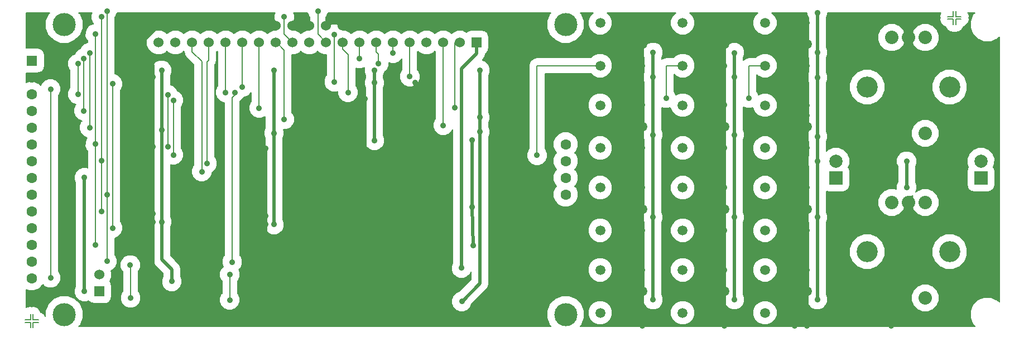
<source format=gtl>
G04 #@! TF.FileFunction,Copper,L1,Top,Signal*
%FSLAX46Y46*%
G04 Gerber Fmt 4.6, Leading zero omitted, Abs format (unit mm)*
G04 Created by KiCad (PCBNEW 4.0.6) date 11/21/17 15:35:41*
%MOMM*%
%LPD*%
G01*
G04 APERTURE LIST*
%ADD10C,0.100000*%
%ADD11C,0.203200*%
%ADD12C,3.500000*%
%ADD13R,1.600000X1.600000*%
%ADD14C,1.600000*%
%ADD15C,3.200000*%
%ADD16C,2.032000*%
%ADD17R,2.000000X2.000000*%
%ADD18C,2.000000*%
%ADD19C,1.500000*%
%ADD20C,1.524000*%
%ADD21R,1.524000X1.524000*%
%ADD22C,0.914400*%
%ADD23C,0.508000*%
%ADD24C,0.200000*%
G04 APERTURE END LIST*
D10*
D11*
X1796800Y1796800D02*
X984000Y1796800D01*
X1796800Y1796800D02*
X1796800Y984000D01*
X2203200Y2203200D02*
X2203200Y3016000D01*
X2203200Y2203200D02*
X3016000Y2203200D01*
X2203200Y1796800D02*
X2203200Y984000D01*
X2203200Y1796800D02*
X3016000Y1796800D01*
X1796800Y2203200D02*
X984000Y2203200D01*
X1796800Y2203200D02*
X1796800Y3016000D01*
X141796800Y47796800D02*
X140984000Y47796800D01*
X141796800Y47796800D02*
X141796800Y46984000D01*
X142203200Y48203200D02*
X142203200Y49016000D01*
X142203200Y48203200D02*
X143016000Y48203200D01*
X142203200Y47796800D02*
X142203200Y46984000D01*
X142203200Y47796800D02*
X143016000Y47796800D01*
X141796800Y48203200D02*
X140984000Y48203200D01*
X141796800Y48203200D02*
X141796800Y49016000D01*
D12*
X6920000Y47000000D03*
X83000000Y47000000D03*
X83000000Y3000000D03*
X6920000Y3000000D03*
D13*
X2000000Y41510000D03*
D14*
X2000000Y38970000D03*
X2000000Y36430000D03*
X2000000Y33890000D03*
X2000000Y31350000D03*
X2000000Y28810000D03*
X2000000Y26270000D03*
X2000000Y23730000D03*
X2000000Y21190000D03*
X2000000Y18650000D03*
X2000000Y16110000D03*
X2000000Y13570000D03*
X2000000Y11030000D03*
X2000000Y8490000D03*
X83000000Y28810000D03*
X83000000Y26270000D03*
X83000000Y23730000D03*
X83000000Y21190000D03*
D15*
X128750000Y37500000D03*
X141250000Y37500000D03*
D16*
X137540000Y45000000D03*
X135000000Y45000000D03*
X132460000Y45000000D03*
X132460000Y30500000D03*
X137540000Y30500000D03*
D17*
X124000000Y23700000D03*
D18*
X124000000Y26240000D03*
D17*
X146000000Y23700000D03*
D18*
X146000000Y26240000D03*
D19*
X100750000Y40750000D03*
X100750000Y47250000D03*
X105250000Y40750000D03*
X105250000Y47250000D03*
X107100000Y44000000D03*
X113250000Y40750000D03*
X113250000Y47250000D03*
X117750000Y40750000D03*
X117750000Y47250000D03*
X119600000Y44000000D03*
X88250000Y28250000D03*
X88250000Y34750000D03*
X92750000Y28250000D03*
X92750000Y34750000D03*
X94600000Y31500000D03*
X100750000Y28250000D03*
X100750000Y34750000D03*
X105250000Y28250000D03*
X105250000Y34750000D03*
X107100000Y31500000D03*
X113250000Y28250000D03*
X113250000Y34750000D03*
X117750000Y28250000D03*
X117750000Y34750000D03*
X119600000Y31500000D03*
X88250000Y15750000D03*
X88250000Y22250000D03*
X92750000Y15750000D03*
X92750000Y22250000D03*
X94600000Y19000000D03*
X100750000Y15750000D03*
X100750000Y22250000D03*
X105250000Y15750000D03*
X105250000Y22250000D03*
X107100000Y19000000D03*
X113250000Y15750000D03*
X113250000Y22250000D03*
X117750000Y15750000D03*
X117750000Y22250000D03*
X119600000Y19000000D03*
X100750000Y3250000D03*
X100750000Y9750000D03*
X105250000Y3250000D03*
X105250000Y9750000D03*
X107100000Y6500000D03*
D20*
X69500000Y46790000D03*
D21*
X69500000Y44250000D03*
D20*
X66960000Y46790000D03*
X66960000Y44250000D03*
X64420000Y46790000D03*
X64420000Y44250000D03*
X61880000Y46790000D03*
X61880000Y44250000D03*
X59340000Y46790000D03*
X59340000Y44250000D03*
X56800000Y46790000D03*
X56800000Y44250000D03*
X54260000Y46790000D03*
X54260000Y44250000D03*
X51720000Y46790000D03*
X51720000Y44250000D03*
X49180000Y46790000D03*
X49180000Y44250000D03*
X46640000Y46790000D03*
X46640000Y44250000D03*
X44100000Y46790000D03*
X44100000Y44250000D03*
X41560000Y46790000D03*
X41560000Y44250000D03*
X39020000Y46790000D03*
X39020000Y44250000D03*
X36480000Y46790000D03*
X36480000Y44250000D03*
X33940000Y46790000D03*
X33940000Y44250000D03*
X31400000Y46790000D03*
X31400000Y44250000D03*
X28860000Y46790000D03*
X28860000Y44250000D03*
X26320000Y46790000D03*
X26320000Y44250000D03*
X23780000Y46790000D03*
X23780000Y44250000D03*
X21240000Y46790000D03*
X21240000Y44250000D03*
D15*
X128750000Y12500000D03*
X141250000Y12500000D03*
D16*
X137540000Y20000000D03*
X135000000Y20000000D03*
X132460000Y20000000D03*
X132460000Y5500000D03*
X137540000Y5500000D03*
D19*
X88250000Y3250000D03*
X88250000Y9750000D03*
X92750000Y3250000D03*
X92750000Y9750000D03*
X94600000Y6500000D03*
D20*
X12250000Y9040000D03*
D21*
X12250000Y6500000D03*
D19*
X88250000Y40750000D03*
X88250000Y47250000D03*
X92750000Y40750000D03*
X92750000Y47250000D03*
X94600000Y44000000D03*
X113250000Y3250000D03*
X113250000Y9750000D03*
X117750000Y3250000D03*
X117750000Y9750000D03*
X119600000Y6500000D03*
D22*
X57500000Y13500000D03*
X55500000Y13500000D03*
X51500000Y13500000D03*
X49500000Y13500000D03*
X47450000Y5500000D03*
X47450000Y7500000D03*
X47450000Y9500000D03*
X47450000Y11500000D03*
X45500000Y3250000D03*
X45500000Y5500000D03*
X45500000Y7500000D03*
X45500000Y9500000D03*
X45500000Y11500000D03*
X55500000Y1500000D03*
X53500000Y1500000D03*
X51500000Y1500000D03*
X49500000Y1500000D03*
X47500000Y1500000D03*
X47450000Y3500000D03*
X47450000Y13500000D03*
X57450000Y1500000D03*
X45450000Y1500000D03*
X45450000Y13500000D03*
X119600000Y33150000D03*
X60150000Y35750000D03*
X60150000Y38150000D03*
X135000000Y40200000D03*
X135000000Y42100000D03*
X135050000Y15050000D03*
X135050000Y17300000D03*
X119600000Y34750000D03*
X107100000Y34800000D03*
X94600000Y34800000D03*
X94600000Y22250000D03*
X107100000Y22250000D03*
X119600000Y22250000D03*
X119600000Y9750000D03*
X107100000Y9750000D03*
X94600000Y9750000D03*
X94600000Y3250000D03*
X107100000Y3250000D03*
X119600000Y15750000D03*
X107100000Y15750000D03*
X94600000Y15750000D03*
X119600000Y28250000D03*
X107100000Y28250000D03*
X94600000Y28250000D03*
X107100000Y40750000D03*
X119600000Y40750000D03*
X119600000Y47250000D03*
X107100000Y47250000D03*
X68850000Y19300000D03*
X68850000Y29450000D03*
X68950000Y13500000D03*
X52650000Y13500000D03*
X52550000Y35750000D03*
X37500000Y8000000D03*
X20400000Y39000000D03*
X37500000Y17950000D03*
X37500000Y16700000D03*
X37500000Y3250000D03*
X37500000Y28150000D03*
X20400000Y18300000D03*
X20400000Y17050000D03*
X20400000Y28450000D03*
X20400000Y3250000D03*
X94600000Y47250000D03*
X94600000Y40750000D03*
X94650000Y1250000D03*
X107100000Y1250000D03*
X119650000Y1300000D03*
X117750000Y1300000D03*
X132400000Y1300000D03*
X78662100Y27156000D03*
X98252000Y35805600D03*
X110819200Y35805200D03*
X13400000Y11050000D03*
X45400000Y49050000D03*
X13400000Y49050000D03*
X13400000Y21200000D03*
X12550000Y18650000D03*
X40300000Y48150000D03*
X12550000Y48150000D03*
X12550000Y26300000D03*
X11650000Y13550000D03*
X11650000Y45550000D03*
X11650000Y28850000D03*
X56800000Y42650000D03*
X10800000Y42700000D03*
X10800000Y31350000D03*
X51700000Y41850000D03*
X9900000Y41850000D03*
X9900000Y33900000D03*
X54600000Y41050000D03*
X9000000Y41050000D03*
X9000000Y36400000D03*
X21700000Y17050000D03*
X121200000Y48800000D03*
X134750000Y22300000D03*
X134750000Y26250000D03*
X121200000Y26250000D03*
X121200000Y30000000D03*
X121200000Y17750000D03*
X121200000Y5250000D03*
X108600000Y30250000D03*
X108600000Y17750000D03*
X108600000Y5250000D03*
X108600000Y39000000D03*
X108600000Y42700000D03*
X96250000Y30250000D03*
X96250000Y17750000D03*
X96250000Y5250000D03*
X96250000Y39000000D03*
X96250000Y42750000D03*
X121200000Y38950000D03*
X121200000Y42750000D03*
X54000000Y38150000D03*
X70000000Y32900000D03*
X70000000Y30700000D03*
X54000000Y40050000D03*
X54000000Y29400000D03*
X21700000Y31000000D03*
X38750000Y30500000D03*
X38750000Y40050000D03*
X38750000Y16650000D03*
X21700000Y40050000D03*
X23250000Y8000000D03*
X67250000Y4960000D03*
X70000000Y40050000D03*
X66165900Y34357000D03*
X64420000Y31696900D03*
X36500000Y34300000D03*
X33950000Y37500000D03*
X22650000Y36350000D03*
X22650000Y28450000D03*
X31400000Y36700000D03*
X23500000Y35500000D03*
X23500000Y27200000D03*
X28600000Y25900000D03*
X27800000Y24650000D03*
X10000000Y6500000D03*
X10000000Y23750000D03*
X59350000Y39100000D03*
X14250000Y38000000D03*
X14250000Y16100000D03*
X47900000Y45500000D03*
X47900000Y38300000D03*
X4850000Y37200000D03*
X4850000Y8550000D03*
X50000000Y36700000D03*
X32800000Y36700000D03*
X32400000Y10950000D03*
X17000000Y5500000D03*
X16950000Y10500000D03*
X32050000Y5200000D03*
X32050000Y9050000D03*
X67200000Y10050000D03*
X40300000Y32600000D03*
D23*
X47450000Y5500000D02*
X47500000Y5500000D01*
X47450000Y7500000D02*
X47500000Y7500000D01*
X47450000Y9500000D02*
X47500000Y9500000D01*
X47450000Y11500000D02*
X47500000Y11500000D01*
X45500000Y3250000D02*
X45450000Y3200000D01*
X45450000Y3200000D02*
X45450000Y3050000D01*
X45450000Y3050000D02*
X45500000Y3000000D01*
X45500000Y3000000D02*
X45450000Y3000000D01*
X45500000Y5500000D02*
X45450000Y5500000D01*
X45450000Y5500000D02*
X45500000Y5500000D01*
X45500000Y5500000D02*
X45450000Y5500000D01*
X45500000Y7500000D02*
X45450000Y7500000D01*
X45450000Y7500000D02*
X45500000Y7500000D01*
X45500000Y7500000D02*
X45450000Y7500000D01*
X45500000Y9500000D02*
X45450000Y9500000D01*
X45450000Y9500000D02*
X45500000Y9500000D01*
X45500000Y9500000D02*
X45450000Y9500000D01*
X45500000Y11500000D02*
X45450000Y11500000D01*
X45450000Y11500000D02*
X45500000Y11500000D01*
X45500000Y11500000D02*
X45450000Y11500000D01*
X45450000Y13500000D02*
X45450000Y11500000D01*
X45450000Y11500000D02*
X45450000Y9500000D01*
X45450000Y9500000D02*
X45450000Y7500000D01*
X45450000Y7500000D02*
X45450000Y5500000D01*
X45450000Y5500000D02*
X45450000Y3000000D01*
X45450000Y3000000D02*
X45450000Y1500000D01*
X60150000Y38150000D02*
X60150000Y35750000D01*
X135000000Y42100000D02*
X135000000Y40200000D01*
X135000000Y45000000D02*
X135000000Y42100000D01*
X135050000Y17300000D02*
X135050000Y15050000D01*
X135000000Y17350000D02*
X135050000Y17300000D01*
X135000000Y20000000D02*
X135000000Y17350000D01*
X119600000Y44000000D02*
X119600000Y47250000D01*
X107100000Y44000000D02*
X107100000Y47250000D01*
X52650000Y13500000D02*
X52550000Y35750000D01*
X94600000Y47250000D02*
X94600000Y44000000D01*
X119600000Y1350000D02*
X119650000Y1300000D01*
X119600000Y6500000D02*
X119600000Y1350000D01*
X117750000Y1300000D02*
X117750000Y3250000D01*
X132460000Y1360000D02*
X132460000Y5500000D01*
X132400000Y1300000D02*
X132460000Y1360000D01*
X119600000Y33150000D02*
X119600000Y34750000D01*
X107100000Y34800000D02*
X107100000Y31500000D01*
X94600000Y31500000D02*
X94600000Y34800000D01*
X94600000Y19000000D02*
X94600000Y22250000D01*
X107100000Y22250000D02*
X107100000Y19000000D01*
X119600000Y6500000D02*
X119600000Y9750000D01*
X107100000Y9750000D02*
X107100000Y6500000D01*
X94600000Y6500000D02*
X94600000Y9750000D01*
X94600000Y6500000D02*
X94600000Y3250000D01*
X94600000Y1300000D02*
X94650000Y1250000D01*
X94600000Y3250000D02*
X94600000Y1300000D01*
X107100000Y6500000D02*
X107100000Y3250000D01*
X107100000Y3250000D02*
X107100000Y1250000D01*
X119600000Y9750000D02*
X119600000Y15750000D01*
X107100000Y19000000D02*
X107100000Y15750000D01*
X107100000Y15750000D02*
X107100000Y9750000D01*
X94600000Y9750000D02*
X94600000Y15750000D01*
X94600000Y15750000D02*
X94600000Y19000000D01*
X119600000Y22250000D02*
X119600000Y28250000D01*
X107100000Y31500000D02*
X107100000Y28250000D01*
X107100000Y28250000D02*
X107100000Y22250000D01*
X94600000Y22250000D02*
X94600000Y28250000D01*
X94600000Y28250000D02*
X94600000Y31500000D01*
X107100000Y44000000D02*
X107100000Y40750000D01*
X107100000Y40750000D02*
X107100000Y34800000D01*
X119600000Y34750000D02*
X119600000Y40750000D01*
X119600000Y40750000D02*
X119600000Y44000000D01*
X68950000Y13500000D02*
X68850000Y19300000D01*
X68850000Y19300000D02*
X68850000Y29450000D01*
X37500000Y8000000D02*
X37500000Y3250000D01*
X20400000Y40800000D02*
X20400000Y39000000D01*
X19050000Y42150000D02*
X20400000Y40800000D01*
X19050000Y44600000D02*
X19050000Y42150000D01*
X21240000Y46790000D02*
X19050000Y44600000D01*
X37500000Y28150000D02*
X37500000Y17950000D01*
X37500000Y17950000D02*
X37500000Y16700000D01*
X37500000Y16700000D02*
X37500000Y8000000D01*
X20400000Y18300000D02*
X20400000Y17050000D01*
X20400000Y17050000D02*
X20400000Y3250000D01*
X20400000Y39000000D02*
X20400000Y28450000D01*
X20400000Y28450000D02*
X20400000Y18300000D01*
X94600000Y34800000D02*
X94600000Y40750000D01*
X94600000Y40750000D02*
X94600000Y44000000D01*
X119600000Y28250000D02*
X119600000Y31500000D01*
X119600000Y31500000D02*
X119600000Y33150000D01*
X119600000Y15750000D02*
X119600000Y19000000D01*
X119600000Y19000000D02*
X119600000Y22250000D01*
D11*
X88250000Y41150000D02*
X88250000Y40750000D01*
X78662100Y40750000D02*
X78662100Y27156000D01*
X88250000Y40750000D02*
X78662100Y40750000D01*
X98252000Y40750000D02*
X98252000Y35805600D01*
X100750000Y40750000D02*
X98252000Y40750000D01*
X110819200Y40750000D02*
X110819200Y35805200D01*
X113250000Y40750000D02*
X110819200Y40750000D01*
X13400000Y11050000D02*
X13400000Y21200000D01*
X13400000Y21200000D02*
X13400000Y49050000D01*
X46640000Y44310000D02*
X46640000Y44250000D01*
X45400000Y45550000D02*
X46640000Y44310000D01*
X45400000Y49050000D02*
X45400000Y45550000D01*
X12550000Y18650000D02*
X12550000Y26300000D01*
X12550000Y26300000D02*
X12550000Y48150000D01*
X41560000Y44290000D02*
X41560000Y44250000D01*
X40300000Y45550000D02*
X41560000Y44290000D01*
X40300000Y48150000D02*
X40300000Y45550000D01*
X11650000Y13550000D02*
X11650000Y28850000D01*
X11650000Y28850000D02*
X11650000Y45550000D01*
X56800000Y42650000D02*
X56800000Y44250000D01*
X10800000Y31350000D02*
X10800000Y42700000D01*
X51720000Y41870000D02*
X51720000Y44250000D01*
X51700000Y41850000D02*
X51720000Y41870000D01*
X9900000Y33900000D02*
X9900000Y41850000D01*
X54260000Y42840000D02*
X54260000Y44250000D01*
X54600000Y42500000D02*
X54260000Y42840000D01*
X54600000Y41050000D02*
X54600000Y42500000D01*
X9000000Y36400000D02*
X9000000Y41050000D01*
D23*
X121200000Y42750000D02*
X121200000Y48800000D01*
X134750000Y22300000D02*
X134750000Y26250000D01*
X108600000Y42700000D02*
X108600000Y39000000D01*
X96250000Y42750000D02*
X96250000Y39000000D01*
X121200000Y42750000D02*
X121200000Y38950000D01*
X21700000Y11350000D02*
X21700000Y17050000D01*
X23250000Y9800000D02*
X21700000Y11350000D01*
X23250000Y8000000D02*
X23250000Y9800000D01*
X121200000Y38950000D02*
X121200000Y30000000D01*
X121200000Y30000000D02*
X121200000Y26250000D01*
X121200000Y26250000D02*
X121200000Y17750000D01*
X121200000Y17750000D02*
X121200000Y5250000D01*
X108600000Y39000000D02*
X108600000Y30250000D01*
X108600000Y30250000D02*
X108600000Y17750000D01*
X108600000Y17750000D02*
X108600000Y5250000D01*
X96250000Y39000000D02*
X96250000Y30250000D01*
X96250000Y30250000D02*
X96250000Y17750000D01*
X96250000Y17750000D02*
X96250000Y5250000D01*
X54000000Y29400000D02*
X54000000Y38150000D01*
X54000000Y38150000D02*
X54000000Y40050000D01*
X70000000Y32900000D02*
X70000000Y40050000D01*
X70000000Y7700000D02*
X70000000Y30700000D01*
X67250000Y4950000D02*
X70000000Y7700000D01*
X67250000Y4960000D02*
X67250000Y4950000D01*
X70000000Y30700000D02*
X70000000Y32900000D01*
X21700000Y17050000D02*
X21700000Y31000000D01*
X21700000Y31000000D02*
X21700000Y40050000D01*
X38750000Y16650000D02*
X38750000Y30500000D01*
X38750000Y30500000D02*
X38750000Y40050000D01*
D11*
X66165900Y44250000D02*
X66165900Y34357000D01*
X66960000Y44250000D02*
X66165900Y44250000D01*
X64420000Y44250000D02*
X64420000Y31696900D01*
X36480000Y34320000D02*
X36480000Y44250000D01*
X36500000Y34300000D02*
X36480000Y34320000D01*
X33940000Y37510000D02*
X33940000Y44250000D01*
X33950000Y37500000D02*
X33940000Y37510000D01*
X22650000Y28450000D02*
X22650000Y36350000D01*
X31400000Y36700000D02*
X31400000Y44250000D01*
X23500000Y27200000D02*
X23500000Y35500000D01*
X28860000Y41610000D02*
X28860000Y44250000D01*
X28600000Y41350000D02*
X28860000Y41610000D01*
X28600000Y25900000D02*
X28600000Y41350000D01*
X26320000Y42880000D02*
X26320000Y44250000D01*
X27800000Y41400000D02*
X26320000Y42880000D01*
X27800000Y24650000D02*
X27800000Y41400000D01*
X88250000Y46850000D02*
X88250000Y47250000D01*
X112700000Y3250000D02*
X113250000Y3250000D01*
D23*
X10000000Y23750000D02*
X10000000Y6500000D01*
D11*
X59340000Y39110000D02*
X59340000Y44250000D01*
X59350000Y39100000D02*
X59340000Y39110000D01*
X14250000Y16100000D02*
X14250000Y38000000D01*
X47900000Y38300000D02*
X47900000Y45500000D01*
X4850000Y8550000D02*
X4850000Y37200000D01*
X49180000Y43220000D02*
X49180000Y44250000D01*
X50000000Y42400000D02*
X49180000Y43220000D01*
X50000000Y36700000D02*
X50000000Y42400000D01*
X32800000Y36300000D02*
X32800000Y36700000D01*
X32400000Y35900000D02*
X32800000Y36300000D01*
X32400000Y10950000D02*
X32400000Y35900000D01*
X17000000Y10450000D02*
X17000000Y5500000D01*
X16950000Y10500000D02*
X17000000Y10450000D01*
X32050000Y9050000D02*
X32050000Y5200000D01*
D23*
X67200000Y40300000D02*
X67200000Y10050000D01*
X69500000Y42600000D02*
X67200000Y40300000D01*
X69500000Y44250000D02*
X69500000Y42600000D01*
D11*
X40300000Y43100000D02*
X39150000Y44250000D01*
X40300000Y32600000D02*
X40300000Y43100000D01*
X39150000Y44250000D02*
X39020000Y44250000D01*
D24*
G36*
X4505296Y48616503D02*
X4070496Y47569387D01*
X4069506Y46435587D01*
X4502479Y45387714D01*
X5303497Y44585296D01*
X6350613Y44150496D01*
X7484413Y44149506D01*
X8532286Y44582479D01*
X9334704Y45383497D01*
X9769504Y46430613D01*
X9770494Y47564413D01*
X9337521Y48612286D01*
X9150135Y48800000D01*
X11133793Y48800000D01*
X10993071Y48461105D01*
X10992531Y47841613D01*
X11229101Y47269070D01*
X11348400Y47149562D01*
X11348400Y47107463D01*
X11341613Y47107469D01*
X10769070Y46870899D01*
X10330640Y46433234D01*
X10093071Y45861105D01*
X10092531Y45241613D01*
X10329101Y44669070D01*
X10448400Y44549562D01*
X10448400Y44239614D01*
X9919070Y44020899D01*
X9480640Y43583234D01*
X9369557Y43315717D01*
X9019070Y43170899D01*
X8580640Y42733234D01*
X8494619Y42526073D01*
X8119070Y42370899D01*
X7680640Y41933234D01*
X7443071Y41361105D01*
X7442531Y40741613D01*
X7679101Y40169070D01*
X7798400Y40049562D01*
X7798400Y37400789D01*
X7680640Y37283234D01*
X7443071Y36711105D01*
X7442531Y36091613D01*
X7679101Y35519070D01*
X8116766Y35080640D01*
X8654774Y34857239D01*
X8580640Y34783234D01*
X8343071Y34211105D01*
X8342531Y33591613D01*
X8579101Y33019070D01*
X9016766Y32580640D01*
X9588895Y32343071D01*
X9590667Y32343069D01*
X9480640Y32233234D01*
X9243071Y31661105D01*
X9242531Y31041613D01*
X9479101Y30469070D01*
X9916766Y30030640D01*
X10419463Y29821902D01*
X10330640Y29733234D01*
X10093071Y29161105D01*
X10092531Y28541613D01*
X10329101Y27969070D01*
X10448400Y27849562D01*
X10448400Y25249919D01*
X10311105Y25306929D01*
X9691613Y25307469D01*
X9119070Y25070899D01*
X8680640Y24633234D01*
X8443071Y24061105D01*
X8442531Y23441613D01*
X8646000Y22949181D01*
X8646000Y7299812D01*
X8443071Y6811105D01*
X8442531Y6191613D01*
X8679101Y5619070D01*
X9116766Y5180640D01*
X9688895Y4943071D01*
X10308387Y4942531D01*
X10611993Y5067978D01*
X10684064Y4955976D01*
X11051654Y4704812D01*
X11488000Y4616450D01*
X13012000Y4616450D01*
X13419636Y4693152D01*
X13794024Y4934064D01*
X14045188Y5301654D01*
X14133550Y5738000D01*
X14133550Y7262000D01*
X14056848Y7669636D01*
X13838208Y8009413D01*
X14111676Y8668000D01*
X14112323Y9408750D01*
X14023847Y9622877D01*
X14280930Y9729101D01*
X14719360Y10166766D01*
X14729677Y10191613D01*
X15392531Y10191613D01*
X15629101Y9619070D01*
X15798400Y9449475D01*
X15798400Y6500789D01*
X15680640Y6383234D01*
X15443071Y5811105D01*
X15442531Y5191613D01*
X15679101Y4619070D01*
X16116766Y4180640D01*
X16688895Y3943071D01*
X17308387Y3942531D01*
X17880930Y4179101D01*
X18319360Y4616766D01*
X18556929Y5188895D01*
X18557469Y5808387D01*
X18320899Y6380930D01*
X18201600Y6500438D01*
X18201600Y9549124D01*
X18269360Y9616766D01*
X18506929Y10188895D01*
X18507469Y10808387D01*
X18270899Y11380930D01*
X17833234Y11819360D01*
X17261105Y12056929D01*
X16641613Y12057469D01*
X16069070Y11820899D01*
X15630640Y11383234D01*
X15393071Y10811105D01*
X15392531Y10191613D01*
X14729677Y10191613D01*
X14956929Y10738895D01*
X14957469Y11358387D01*
X14720899Y11930930D01*
X14601600Y12050438D01*
X14601600Y14560386D01*
X15130930Y14779101D01*
X15569360Y15216766D01*
X15806929Y15788895D01*
X15807469Y16408387D01*
X15570899Y16980930D01*
X15451600Y17100438D01*
X15451600Y36999211D01*
X15569360Y37116766D01*
X15806929Y37688895D01*
X15807469Y38308387D01*
X15570899Y38880930D01*
X15133234Y39319360D01*
X14601600Y39540114D01*
X14601600Y39741613D01*
X20142531Y39741613D01*
X20346000Y39249181D01*
X20346000Y31799812D01*
X20143071Y31311105D01*
X20142531Y30691613D01*
X20346000Y30199181D01*
X20346000Y17849812D01*
X20143071Y17361105D01*
X20142531Y16741613D01*
X20346000Y16249181D01*
X20346000Y11350005D01*
X20345999Y11350000D01*
X20449067Y10831846D01*
X20742577Y10392577D01*
X21896000Y9239154D01*
X21896000Y8799812D01*
X21693071Y8311105D01*
X21692531Y7691613D01*
X21929101Y7119070D01*
X22366766Y6680640D01*
X22938895Y6443071D01*
X23558387Y6442531D01*
X24130930Y6679101D01*
X24569360Y7116766D01*
X24806929Y7688895D01*
X24807469Y8308387D01*
X24604000Y8800819D01*
X24604000Y9799995D01*
X24604001Y9800000D01*
X24500933Y10318154D01*
X24207423Y10757423D01*
X23054000Y11910846D01*
X23054000Y16250188D01*
X23256929Y16738895D01*
X23257469Y17358387D01*
X23054000Y17850819D01*
X23054000Y25699084D01*
X23188895Y25643071D01*
X23808387Y25642531D01*
X24380930Y25879101D01*
X24819360Y26316766D01*
X25056929Y26888895D01*
X25057469Y27508387D01*
X24820899Y28080930D01*
X24701600Y28200438D01*
X24701600Y34499211D01*
X24819360Y34616766D01*
X25056929Y35188895D01*
X25057469Y35808387D01*
X24820899Y36380930D01*
X24383234Y36819360D01*
X24090779Y36940798D01*
X23970899Y37230930D01*
X23533234Y37669360D01*
X23054000Y37868356D01*
X23054000Y39250188D01*
X23256929Y39738895D01*
X23257469Y40358387D01*
X23020899Y40930930D01*
X22583234Y41369360D01*
X22011105Y41606929D01*
X21391613Y41607469D01*
X20819070Y41370899D01*
X20380640Y40933234D01*
X20143071Y40361105D01*
X20142531Y39741613D01*
X14601600Y39741613D01*
X14601600Y48049211D01*
X14719360Y48166766D01*
X14956929Y48738895D01*
X14956982Y48800000D01*
X38883793Y48800000D01*
X38743071Y48461105D01*
X38742531Y47841613D01*
X38979101Y47269070D01*
X39098400Y47149562D01*
X39098400Y46111932D01*
X38651250Y46112323D01*
X37966640Y45829447D01*
X37750082Y45613267D01*
X37536116Y45827607D01*
X36852000Y46111676D01*
X36111250Y46112323D01*
X35426640Y45829447D01*
X35210082Y45613267D01*
X34996116Y45827607D01*
X34312000Y46111676D01*
X33571250Y46112323D01*
X32886640Y45829447D01*
X32670082Y45613267D01*
X32456116Y45827607D01*
X31772000Y46111676D01*
X31031250Y46112323D01*
X30346640Y45829447D01*
X30130082Y45613267D01*
X29916116Y45827607D01*
X29232000Y46111676D01*
X28491250Y46112323D01*
X27806640Y45829447D01*
X27590082Y45613267D01*
X27376116Y45827607D01*
X26692000Y46111676D01*
X25951250Y46112323D01*
X25266640Y45829447D01*
X25050082Y45613267D01*
X24836116Y45827607D01*
X24152000Y46111676D01*
X23411250Y46112323D01*
X22726640Y45829447D01*
X22510082Y45613267D01*
X22296116Y45827607D01*
X21612000Y46111676D01*
X20871250Y46112323D01*
X20186640Y45829447D01*
X19662393Y45306116D01*
X19378324Y44622000D01*
X19377677Y43881250D01*
X19660553Y43196640D01*
X20183884Y42672393D01*
X20868000Y42388324D01*
X21608750Y42387677D01*
X22293360Y42670553D01*
X22509918Y42886733D01*
X22723884Y42672393D01*
X23408000Y42388324D01*
X24148750Y42387677D01*
X24833360Y42670553D01*
X25049918Y42886733D01*
X25133768Y42802737D01*
X25209866Y42420167D01*
X25470340Y42030340D01*
X26598400Y40902281D01*
X26598400Y25650789D01*
X26480640Y25533234D01*
X26243071Y24961105D01*
X26242531Y24341613D01*
X26479101Y23769070D01*
X26916766Y23330640D01*
X27488895Y23093071D01*
X28108387Y23092531D01*
X28680930Y23329101D01*
X29119360Y23766766D01*
X29356929Y24338895D01*
X29357094Y24527933D01*
X29480930Y24579101D01*
X29919360Y25016766D01*
X30156929Y25588895D01*
X30157469Y26208387D01*
X29920899Y26780930D01*
X29801600Y26900438D01*
X29801600Y40897938D01*
X29849129Y40969070D01*
X29970134Y41150167D01*
X30061601Y41610000D01*
X30061600Y41610005D01*
X30061600Y42818534D01*
X30129918Y42886733D01*
X30198400Y42818132D01*
X30198400Y37700789D01*
X30080640Y37583234D01*
X29843071Y37011105D01*
X29842531Y36391613D01*
X30079101Y35819070D01*
X30516766Y35380640D01*
X31088895Y35143071D01*
X31198400Y35142976D01*
X31198400Y11950789D01*
X31080640Y11833234D01*
X30843071Y11261105D01*
X30842531Y10641613D01*
X31017079Y10219174D01*
X30730640Y9933234D01*
X30493071Y9361105D01*
X30492531Y8741613D01*
X30729101Y8169070D01*
X30848400Y8049562D01*
X30848400Y6200789D01*
X30730640Y6083234D01*
X30493071Y5511105D01*
X30492531Y4891613D01*
X30729101Y4319070D01*
X31166766Y3880640D01*
X31738895Y3643071D01*
X32358387Y3642531D01*
X32930930Y3879101D01*
X33369360Y4316766D01*
X33606929Y4888895D01*
X33607469Y5508387D01*
X33370899Y6080930D01*
X33251600Y6200438D01*
X33251600Y8049211D01*
X33369360Y8166766D01*
X33606929Y8738895D01*
X33607469Y9358387D01*
X33432921Y9780826D01*
X33719360Y10066766D01*
X33956929Y10638895D01*
X33957469Y11258387D01*
X33720899Y11830930D01*
X33601600Y11950438D01*
X33601600Y35346323D01*
X33680930Y35379101D01*
X34119360Y35816766D01*
X34171614Y35942607D01*
X34258387Y35942531D01*
X34830930Y36179101D01*
X35269360Y36616766D01*
X35278400Y36638537D01*
X35278400Y35280823D01*
X35180640Y35183234D01*
X34943071Y34611105D01*
X34942531Y33991613D01*
X35179101Y33419070D01*
X35616766Y32980640D01*
X36188895Y32743071D01*
X36808387Y32742531D01*
X37380930Y32979101D01*
X37396000Y32994145D01*
X37396000Y31299812D01*
X37193071Y30811105D01*
X37192531Y30191613D01*
X37396000Y29699181D01*
X37396000Y17449812D01*
X37193071Y16961105D01*
X37192531Y16341613D01*
X37429101Y15769070D01*
X37866766Y15330640D01*
X38438895Y15093071D01*
X39058387Y15092531D01*
X39630930Y15329101D01*
X40069360Y15766766D01*
X40306929Y16338895D01*
X40307469Y16958387D01*
X40104000Y17450819D01*
X40104000Y29700188D01*
X40306929Y30188895D01*
X40307469Y30808387D01*
X40210579Y31042878D01*
X40608387Y31042531D01*
X41180930Y31279101D01*
X41619360Y31716766D01*
X41856929Y32288895D01*
X41857469Y32908387D01*
X41620899Y33480930D01*
X41501600Y33600438D01*
X41501600Y42388050D01*
X41928750Y42387677D01*
X42613360Y42670553D01*
X42829918Y42886733D01*
X43043884Y42672393D01*
X43728000Y42388324D01*
X44468750Y42387677D01*
X45153360Y42670553D01*
X45369918Y42886733D01*
X45583884Y42672393D01*
X46268000Y42388324D01*
X46698400Y42387948D01*
X46698400Y39300789D01*
X46580640Y39183234D01*
X46343071Y38611105D01*
X46342531Y37991613D01*
X46579101Y37419070D01*
X47016766Y36980640D01*
X47588895Y36743071D01*
X48208387Y36742531D01*
X48442921Y36839439D01*
X48442531Y36391613D01*
X48679101Y35819070D01*
X49116766Y35380640D01*
X49688895Y35143071D01*
X50308387Y35142531D01*
X50880930Y35379101D01*
X51319360Y35816766D01*
X51556929Y36388895D01*
X51557469Y37008387D01*
X51320899Y37580930D01*
X51201600Y37700438D01*
X51201600Y40370843D01*
X51388895Y40293071D01*
X52008387Y40292531D01*
X52498725Y40495135D01*
X52443071Y40361105D01*
X52442531Y39741613D01*
X52646000Y39249181D01*
X52646000Y38949812D01*
X52443071Y38461105D01*
X52442531Y37841613D01*
X52646000Y37349181D01*
X52646000Y30199812D01*
X52443071Y29711105D01*
X52442531Y29091613D01*
X52679101Y28519070D01*
X53116766Y28080640D01*
X53688895Y27843071D01*
X54308387Y27842531D01*
X54880930Y28079101D01*
X55319360Y28516766D01*
X55556929Y29088895D01*
X55557469Y29708387D01*
X55354000Y30200819D01*
X55354000Y37350188D01*
X55556929Y37838895D01*
X55557469Y38458387D01*
X55354000Y38950819D01*
X55354000Y39250188D01*
X55556929Y39738895D01*
X55556987Y39805025D01*
X55919360Y40166766D01*
X56156929Y40738895D01*
X56157358Y41230737D01*
X56488895Y41093071D01*
X57108387Y41092531D01*
X57680930Y41329101D01*
X58119360Y41766766D01*
X58138400Y41812619D01*
X58138400Y40090806D01*
X58030640Y39983234D01*
X57793071Y39411105D01*
X57792531Y38791613D01*
X58029101Y38219070D01*
X58466766Y37780640D01*
X59038895Y37543071D01*
X59658387Y37542531D01*
X60230930Y37779101D01*
X60669360Y38216766D01*
X60906929Y38788895D01*
X60907469Y39408387D01*
X60670899Y39980930D01*
X60541600Y40110455D01*
X60541600Y42818534D01*
X60609918Y42886733D01*
X60823884Y42672393D01*
X61508000Y42388324D01*
X62248750Y42387677D01*
X62933360Y42670553D01*
X63149918Y42886733D01*
X63218400Y42818132D01*
X63218400Y32697689D01*
X63100640Y32580134D01*
X62863071Y32008005D01*
X62862531Y31388513D01*
X63099101Y30815970D01*
X63536766Y30377540D01*
X64108895Y30139971D01*
X64728387Y30139431D01*
X65300930Y30376001D01*
X65739360Y30813666D01*
X65846000Y31070483D01*
X65846000Y10849812D01*
X65643071Y10361105D01*
X65642531Y9741613D01*
X65879101Y9169070D01*
X66316766Y8730640D01*
X66888895Y8493071D01*
X67508387Y8492531D01*
X68080930Y8729101D01*
X68519360Y9166766D01*
X68646000Y9471749D01*
X68646000Y8260845D01*
X66875169Y6490015D01*
X66369070Y6280899D01*
X65930640Y5843234D01*
X65693071Y5271105D01*
X65692531Y4651613D01*
X65929101Y4079070D01*
X66366766Y3640640D01*
X66938895Y3403071D01*
X67558387Y3402531D01*
X68130930Y3639101D01*
X68569360Y4076766D01*
X68766587Y4551741D01*
X70957420Y6742575D01*
X70957423Y6742577D01*
X71250933Y7181847D01*
X71354000Y7700000D01*
X71354000Y9383627D01*
X86399679Y9383627D01*
X86680732Y8703428D01*
X87200691Y8182561D01*
X87880398Y7900321D01*
X88616373Y7899679D01*
X89296572Y8180732D01*
X89817439Y8700691D01*
X90099679Y9380398D01*
X90100321Y10116373D01*
X89819268Y10796572D01*
X89299309Y11317439D01*
X88619602Y11599679D01*
X87883627Y11600321D01*
X87203428Y11319268D01*
X86682561Y10799309D01*
X86400321Y10119602D01*
X86399679Y9383627D01*
X71354000Y9383627D01*
X71354000Y15383627D01*
X86399679Y15383627D01*
X86680732Y14703428D01*
X87200691Y14182561D01*
X87880398Y13900321D01*
X88616373Y13899679D01*
X89296572Y14180732D01*
X89817439Y14700691D01*
X90099679Y15380398D01*
X90100321Y16116373D01*
X89819268Y16796572D01*
X89299309Y17317439D01*
X88619602Y17599679D01*
X87883627Y17600321D01*
X87203428Y17319268D01*
X86682561Y16799309D01*
X86400321Y16119602D01*
X86399679Y15383627D01*
X71354000Y15383627D01*
X71354000Y26847613D01*
X77104631Y26847613D01*
X77341201Y26275070D01*
X77778866Y25836640D01*
X78350995Y25599071D01*
X78970487Y25598531D01*
X79543030Y25835101D01*
X79981460Y26272766D01*
X80219029Y26844895D01*
X80219569Y27464387D01*
X79982999Y28036930D01*
X79863700Y28156438D01*
X79863700Y28433725D01*
X81099671Y28433725D01*
X81388319Y27735143D01*
X81582994Y27540128D01*
X81390198Y27347669D01*
X81100331Y26649591D01*
X81099671Y25893725D01*
X81388319Y25195143D01*
X81582994Y25000128D01*
X81390198Y24807669D01*
X81100331Y24109591D01*
X81099671Y23353725D01*
X81388319Y22655143D01*
X81582994Y22460128D01*
X81390198Y22267669D01*
X81100331Y21569591D01*
X81099671Y20813725D01*
X81388319Y20115143D01*
X81922331Y19580198D01*
X82620409Y19290331D01*
X83376275Y19289671D01*
X84074857Y19578319D01*
X84609802Y20112331D01*
X84899669Y20810409D01*
X84900329Y21566275D01*
X84769202Y21883627D01*
X86399679Y21883627D01*
X86680732Y21203428D01*
X87200691Y20682561D01*
X87880398Y20400321D01*
X88616373Y20399679D01*
X89296572Y20680732D01*
X89817439Y21200691D01*
X90099679Y21880398D01*
X90100321Y22616373D01*
X89819268Y23296572D01*
X89299309Y23817439D01*
X88619602Y24099679D01*
X87883627Y24100321D01*
X87203428Y23819268D01*
X86682561Y23299309D01*
X86400321Y22619602D01*
X86399679Y21883627D01*
X84769202Y21883627D01*
X84611681Y22264857D01*
X84417006Y22459872D01*
X84609802Y22652331D01*
X84899669Y23350409D01*
X84900329Y24106275D01*
X84611681Y24804857D01*
X84417006Y24999872D01*
X84609802Y25192331D01*
X84899669Y25890409D01*
X84900329Y26646275D01*
X84611681Y27344857D01*
X84417006Y27539872D01*
X84609802Y27732331D01*
X84672625Y27883627D01*
X86399679Y27883627D01*
X86680732Y27203428D01*
X87200691Y26682561D01*
X87880398Y26400321D01*
X88616373Y26399679D01*
X89296572Y26680732D01*
X89817439Y27200691D01*
X90099679Y27880398D01*
X90100321Y28616373D01*
X89819268Y29296572D01*
X89299309Y29817439D01*
X88619602Y30099679D01*
X87883627Y30100321D01*
X87203428Y29819268D01*
X86682561Y29299309D01*
X86400321Y28619602D01*
X86399679Y27883627D01*
X84672625Y27883627D01*
X84899669Y28430409D01*
X84900329Y29186275D01*
X84611681Y29884857D01*
X84077669Y30419802D01*
X83379591Y30709669D01*
X82623725Y30710329D01*
X81925143Y30421681D01*
X81390198Y29887669D01*
X81100331Y29189591D01*
X81099671Y28433725D01*
X79863700Y28433725D01*
X79863700Y34383627D01*
X86399679Y34383627D01*
X86680732Y33703428D01*
X87200691Y33182561D01*
X87880398Y32900321D01*
X88616373Y32899679D01*
X89296572Y33180732D01*
X89817439Y33700691D01*
X90099679Y34380398D01*
X90100321Y35116373D01*
X89819268Y35796572D01*
X89299309Y36317439D01*
X88619602Y36599679D01*
X87883627Y36600321D01*
X87203428Y36319268D01*
X86682561Y35799309D01*
X86400321Y35119602D01*
X86399679Y34383627D01*
X79863700Y34383627D01*
X79863700Y39548400D01*
X86835490Y39548400D01*
X87200691Y39182561D01*
X87880398Y38900321D01*
X88616373Y38899679D01*
X89296572Y39180732D01*
X89817439Y39700691D01*
X90099679Y40380398D01*
X90100321Y41116373D01*
X89819268Y41796572D01*
X89299309Y42317439D01*
X89000266Y42441613D01*
X94692531Y42441613D01*
X94896000Y41949181D01*
X94896000Y39799812D01*
X94693071Y39311105D01*
X94692531Y38691613D01*
X94896000Y38199181D01*
X94896000Y31049812D01*
X94693071Y30561105D01*
X94692531Y29941613D01*
X94896000Y29449181D01*
X94896000Y18549812D01*
X94693071Y18061105D01*
X94692531Y17441613D01*
X94896000Y16949181D01*
X94896000Y6049812D01*
X94693071Y5561105D01*
X94692531Y4941613D01*
X94929101Y4369070D01*
X95366766Y3930640D01*
X95938895Y3693071D01*
X96558387Y3692531D01*
X97130930Y3929101D01*
X97569360Y4366766D01*
X97806929Y4938895D01*
X97807469Y5558387D01*
X97604000Y6050819D01*
X97604000Y9383627D01*
X98899679Y9383627D01*
X99180732Y8703428D01*
X99700691Y8182561D01*
X100380398Y7900321D01*
X101116373Y7899679D01*
X101796572Y8180732D01*
X102317439Y8700691D01*
X102599679Y9380398D01*
X102600321Y10116373D01*
X102319268Y10796572D01*
X101799309Y11317439D01*
X101119602Y11599679D01*
X100383627Y11600321D01*
X99703428Y11319268D01*
X99182561Y10799309D01*
X98900321Y10119602D01*
X98899679Y9383627D01*
X97604000Y9383627D01*
X97604000Y15383627D01*
X98899679Y15383627D01*
X99180732Y14703428D01*
X99700691Y14182561D01*
X100380398Y13900321D01*
X101116373Y13899679D01*
X101796572Y14180732D01*
X102317439Y14700691D01*
X102599679Y15380398D01*
X102600321Y16116373D01*
X102319268Y16796572D01*
X101799309Y17317439D01*
X101119602Y17599679D01*
X100383627Y17600321D01*
X99703428Y17319268D01*
X99182561Y16799309D01*
X98900321Y16119602D01*
X98899679Y15383627D01*
X97604000Y15383627D01*
X97604000Y16950188D01*
X97806929Y17438895D01*
X97807469Y18058387D01*
X97604000Y18550819D01*
X97604000Y21883627D01*
X98899679Y21883627D01*
X99180732Y21203428D01*
X99700691Y20682561D01*
X100380398Y20400321D01*
X101116373Y20399679D01*
X101796572Y20680732D01*
X102317439Y21200691D01*
X102599679Y21880398D01*
X102600321Y22616373D01*
X102319268Y23296572D01*
X101799309Y23817439D01*
X101119602Y24099679D01*
X100383627Y24100321D01*
X99703428Y23819268D01*
X99182561Y23299309D01*
X98900321Y22619602D01*
X98899679Y21883627D01*
X97604000Y21883627D01*
X97604000Y27883627D01*
X98899679Y27883627D01*
X99180732Y27203428D01*
X99700691Y26682561D01*
X100380398Y26400321D01*
X101116373Y26399679D01*
X101796572Y26680732D01*
X102317439Y27200691D01*
X102599679Y27880398D01*
X102600321Y28616373D01*
X102319268Y29296572D01*
X101799309Y29817439D01*
X101119602Y30099679D01*
X100383627Y30100321D01*
X99703428Y29819268D01*
X99182561Y29299309D01*
X98900321Y28619602D01*
X98899679Y27883627D01*
X97604000Y27883627D01*
X97604000Y29450188D01*
X97806929Y29938895D01*
X97807469Y30558387D01*
X97604000Y31050819D01*
X97604000Y34388562D01*
X97940895Y34248671D01*
X98560387Y34248131D01*
X98899683Y34388325D01*
X98899679Y34383627D01*
X99180732Y33703428D01*
X99700691Y33182561D01*
X100380398Y32900321D01*
X101116373Y32899679D01*
X101796572Y33180732D01*
X102317439Y33700691D01*
X102599679Y34380398D01*
X102600321Y35116373D01*
X102319268Y35796572D01*
X101799309Y36317439D01*
X101119602Y36599679D01*
X100383627Y36600321D01*
X99721554Y36326758D01*
X99572899Y36686530D01*
X99453600Y36806038D01*
X99453600Y39430083D01*
X99700691Y39182561D01*
X100380398Y38900321D01*
X101116373Y38899679D01*
X101796572Y39180732D01*
X102317439Y39700691D01*
X102599679Y40380398D01*
X102600321Y41116373D01*
X102319268Y41796572D01*
X101799309Y42317439D01*
X101620679Y42391613D01*
X107042531Y42391613D01*
X107246000Y41899181D01*
X107246000Y39799812D01*
X107043071Y39311105D01*
X107042531Y38691613D01*
X107246000Y38199181D01*
X107246000Y31049812D01*
X107043071Y30561105D01*
X107042531Y29941613D01*
X107246000Y29449181D01*
X107246000Y18549812D01*
X107043071Y18061105D01*
X107042531Y17441613D01*
X107246000Y16949181D01*
X107246000Y6049812D01*
X107043071Y5561105D01*
X107042531Y4941613D01*
X107279101Y4369070D01*
X107716766Y3930640D01*
X108288895Y3693071D01*
X108908387Y3692531D01*
X109480930Y3929101D01*
X109919360Y4366766D01*
X110156929Y4938895D01*
X110157469Y5558387D01*
X109954000Y6050819D01*
X109954000Y9383627D01*
X111399679Y9383627D01*
X111680732Y8703428D01*
X112200691Y8182561D01*
X112880398Y7900321D01*
X113616373Y7899679D01*
X114296572Y8180732D01*
X114817439Y8700691D01*
X115099679Y9380398D01*
X115100321Y10116373D01*
X114819268Y10796572D01*
X114299309Y11317439D01*
X113619602Y11599679D01*
X112883627Y11600321D01*
X112203428Y11319268D01*
X111682561Y10799309D01*
X111400321Y10119602D01*
X111399679Y9383627D01*
X109954000Y9383627D01*
X109954000Y15383627D01*
X111399679Y15383627D01*
X111680732Y14703428D01*
X112200691Y14182561D01*
X112880398Y13900321D01*
X113616373Y13899679D01*
X114296572Y14180732D01*
X114817439Y14700691D01*
X115099679Y15380398D01*
X115100321Y16116373D01*
X114819268Y16796572D01*
X114299309Y17317439D01*
X113619602Y17599679D01*
X112883627Y17600321D01*
X112203428Y17319268D01*
X111682561Y16799309D01*
X111400321Y16119602D01*
X111399679Y15383627D01*
X109954000Y15383627D01*
X109954000Y16950188D01*
X110156929Y17438895D01*
X110157469Y18058387D01*
X109954000Y18550819D01*
X109954000Y21883627D01*
X111399679Y21883627D01*
X111680732Y21203428D01*
X112200691Y20682561D01*
X112880398Y20400321D01*
X113616373Y20399679D01*
X114296572Y20680732D01*
X114817439Y21200691D01*
X115099679Y21880398D01*
X115100321Y22616373D01*
X114819268Y23296572D01*
X114299309Y23817439D01*
X113619602Y24099679D01*
X112883627Y24100321D01*
X112203428Y23819268D01*
X111682561Y23299309D01*
X111400321Y22619602D01*
X111399679Y21883627D01*
X109954000Y21883627D01*
X109954000Y27883627D01*
X111399679Y27883627D01*
X111680732Y27203428D01*
X112200691Y26682561D01*
X112880398Y26400321D01*
X113616373Y26399679D01*
X114296572Y26680732D01*
X114817439Y27200691D01*
X115099679Y27880398D01*
X115100321Y28616373D01*
X114819268Y29296572D01*
X114299309Y29817439D01*
X113619602Y30099679D01*
X112883627Y30100321D01*
X112203428Y29819268D01*
X111682561Y29299309D01*
X111400321Y28619602D01*
X111399679Y27883627D01*
X109954000Y27883627D01*
X109954000Y29450188D01*
X110156929Y29938895D01*
X110157469Y30558387D01*
X109954000Y31050819D01*
X109954000Y34478352D01*
X110508095Y34248271D01*
X111127587Y34247731D01*
X111407962Y34363580D01*
X111680732Y33703428D01*
X112200691Y33182561D01*
X112880398Y32900321D01*
X113616373Y32899679D01*
X114296572Y33180732D01*
X114817439Y33700691D01*
X115099679Y34380398D01*
X115100321Y35116373D01*
X114819268Y35796572D01*
X114299309Y36317439D01*
X113619602Y36599679D01*
X112883627Y36600321D01*
X112278813Y36350417D01*
X112140099Y36686130D01*
X112020800Y36805638D01*
X112020800Y39362766D01*
X112200691Y39182561D01*
X112880398Y38900321D01*
X113616373Y38899679D01*
X114296572Y39180732D01*
X114817439Y39700691D01*
X115099679Y40380398D01*
X115100321Y41116373D01*
X114819268Y41796572D01*
X114299309Y42317439D01*
X113619602Y42599679D01*
X112883627Y42600321D01*
X112203428Y42319268D01*
X111835118Y41951600D01*
X110819200Y41951600D01*
X110359368Y41860134D01*
X109969540Y41599660D01*
X109954000Y41576403D01*
X109954000Y41900188D01*
X110156929Y42388895D01*
X110157469Y43008387D01*
X109920899Y43580930D01*
X109483234Y44019360D01*
X108911105Y44256929D01*
X108291613Y44257469D01*
X107719070Y44020899D01*
X107280640Y43583234D01*
X107043071Y43011105D01*
X107042531Y42391613D01*
X101620679Y42391613D01*
X101119602Y42599679D01*
X100383627Y42600321D01*
X99703428Y42319268D01*
X99335118Y41951600D01*
X98252000Y41951600D01*
X97792168Y41860134D01*
X97604000Y41734405D01*
X97604000Y41950188D01*
X97806929Y42438895D01*
X97807469Y43058387D01*
X97570899Y43630930D01*
X97133234Y44069360D01*
X96561105Y44306929D01*
X95941613Y44307469D01*
X95369070Y44070899D01*
X94930640Y43633234D01*
X94693071Y43061105D01*
X94692531Y42441613D01*
X89000266Y42441613D01*
X88619602Y42599679D01*
X87883627Y42600321D01*
X87203428Y42319268D01*
X86835118Y41951600D01*
X78662100Y41951600D01*
X78202268Y41860134D01*
X77812440Y41599660D01*
X77551966Y41209832D01*
X77460500Y40750000D01*
X77460500Y28156789D01*
X77342740Y28039234D01*
X77105171Y27467105D01*
X77104631Y26847613D01*
X71354000Y26847613D01*
X71354000Y29900188D01*
X71556929Y30388895D01*
X71557469Y31008387D01*
X71354000Y31500819D01*
X71354000Y32100188D01*
X71556929Y32588895D01*
X71557469Y33208387D01*
X71354000Y33700819D01*
X71354000Y39250188D01*
X71556929Y39738895D01*
X71557469Y40358387D01*
X71320899Y40930930D01*
X70883234Y41369360D01*
X70389303Y41574458D01*
X70457420Y41642575D01*
X70457423Y41642577D01*
X70663905Y41951600D01*
X70750933Y42081846D01*
X70845283Y42556178D01*
X71044024Y42684064D01*
X71295188Y43051654D01*
X71383550Y43488000D01*
X71383550Y45012000D01*
X71306848Y45419636D01*
X71065936Y45794024D01*
X70698346Y46045188D01*
X70262000Y46133550D01*
X68738000Y46133550D01*
X68330364Y46056848D01*
X67990587Y45838208D01*
X67332000Y46111676D01*
X66591250Y46112323D01*
X65906640Y45829447D01*
X65690082Y45613267D01*
X65476116Y45827607D01*
X64792000Y46111676D01*
X64051250Y46112323D01*
X63366640Y45829447D01*
X63150082Y45613267D01*
X62936116Y45827607D01*
X62252000Y46111676D01*
X61511250Y46112323D01*
X60826640Y45829447D01*
X60610082Y45613267D01*
X60396116Y45827607D01*
X59712000Y46111676D01*
X58971250Y46112323D01*
X58286640Y45829447D01*
X58070082Y45613267D01*
X57856116Y45827607D01*
X57172000Y46111676D01*
X56431250Y46112323D01*
X55746640Y45829447D01*
X55530082Y45613267D01*
X55316116Y45827607D01*
X54632000Y46111676D01*
X53891250Y46112323D01*
X53206640Y45829447D01*
X52990082Y45613267D01*
X52776116Y45827607D01*
X52092000Y46111676D01*
X51351250Y46112323D01*
X50666640Y45829447D01*
X50450082Y45613267D01*
X50236116Y45827607D01*
X49552000Y46111676D01*
X49332073Y46111868D01*
X49220899Y46380930D01*
X48783234Y46819360D01*
X48211105Y47056929D01*
X47591613Y47057469D01*
X47019070Y46820899D01*
X46601600Y46404157D01*
X46601600Y48049211D01*
X46719360Y48166766D01*
X46956929Y48738895D01*
X46956982Y48800000D01*
X80769114Y48800000D01*
X80585296Y48616503D01*
X80150496Y47569387D01*
X80149506Y46435587D01*
X80582479Y45387714D01*
X81383497Y44585296D01*
X82430613Y44150496D01*
X83564413Y44149506D01*
X84612286Y44582479D01*
X85414704Y45383497D01*
X85849504Y46430613D01*
X85850494Y47564413D01*
X85417521Y48612286D01*
X85230135Y48800000D01*
X87184126Y48800000D01*
X86682561Y48299309D01*
X86400321Y47619602D01*
X86399679Y46883627D01*
X86680732Y46203428D01*
X87200691Y45682561D01*
X87880398Y45400321D01*
X88616373Y45399679D01*
X89296572Y45680732D01*
X89817439Y46200691D01*
X90099679Y46880398D01*
X90100321Y47616373D01*
X89819268Y48296572D01*
X89316718Y48800000D01*
X99684126Y48800000D01*
X99182561Y48299309D01*
X98900321Y47619602D01*
X98899679Y46883627D01*
X99180732Y46203428D01*
X99700691Y45682561D01*
X100380398Y45400321D01*
X101116373Y45399679D01*
X101796572Y45680732D01*
X102317439Y46200691D01*
X102599679Y46880398D01*
X102600321Y47616373D01*
X102319268Y48296572D01*
X101816718Y48800000D01*
X112184126Y48800000D01*
X111682561Y48299309D01*
X111400321Y47619602D01*
X111399679Y46883627D01*
X111680732Y46203428D01*
X112200691Y45682561D01*
X112880398Y45400321D01*
X113616373Y45399679D01*
X114296572Y45680732D01*
X114817439Y46200691D01*
X115099679Y46880398D01*
X115100321Y47616373D01*
X114819268Y48296572D01*
X114316718Y48800000D01*
X119642800Y48800000D01*
X119642531Y48491613D01*
X119846000Y47999181D01*
X119846000Y43549812D01*
X119643071Y43061105D01*
X119642531Y42441613D01*
X119846000Y41949181D01*
X119846000Y39749812D01*
X119643071Y39261105D01*
X119642531Y38641613D01*
X119846000Y38149181D01*
X119846000Y30799812D01*
X119643071Y30311105D01*
X119642531Y29691613D01*
X119846000Y29199181D01*
X119846000Y27049812D01*
X119643071Y26561105D01*
X119642531Y25941613D01*
X119846000Y25449181D01*
X119846000Y18549812D01*
X119643071Y18061105D01*
X119642531Y17441613D01*
X119846000Y16949181D01*
X119846000Y6049812D01*
X119643071Y5561105D01*
X119642531Y4941613D01*
X119879101Y4369070D01*
X120316766Y3930640D01*
X120888895Y3693071D01*
X121508387Y3692531D01*
X122080930Y3929101D01*
X122519360Y4366766D01*
X122756929Y4938895D01*
X122757052Y5080948D01*
X135423633Y5080948D01*
X135745096Y4302948D01*
X136339817Y3707188D01*
X137117255Y3384368D01*
X137959052Y3383633D01*
X138737052Y3705096D01*
X139332812Y4299817D01*
X139655632Y5077255D01*
X139656367Y5919052D01*
X139334904Y6697052D01*
X138740183Y7292812D01*
X137962745Y7615632D01*
X137120948Y7616367D01*
X136342948Y7294904D01*
X135747188Y6700183D01*
X135424368Y5922745D01*
X135423633Y5080948D01*
X122757052Y5080948D01*
X122757469Y5558387D01*
X122554000Y6050819D01*
X122554000Y11965293D01*
X126049532Y11965293D01*
X126459717Y10972571D01*
X127218576Y10212386D01*
X128210581Y9800470D01*
X129284707Y9799532D01*
X130277429Y10209717D01*
X131037614Y10968576D01*
X131449530Y11960581D01*
X131449534Y11965293D01*
X138549532Y11965293D01*
X138959717Y10972571D01*
X139718576Y10212386D01*
X140710581Y9800470D01*
X141784707Y9799532D01*
X142777429Y10209717D01*
X143537614Y10968576D01*
X143949530Y11960581D01*
X143950468Y13034707D01*
X143540283Y14027429D01*
X142781424Y14787614D01*
X141789419Y15199530D01*
X140715293Y15200468D01*
X139722571Y14790283D01*
X138962386Y14031424D01*
X138550470Y13039419D01*
X138549532Y11965293D01*
X131449534Y11965293D01*
X131450468Y13034707D01*
X131040283Y14027429D01*
X130281424Y14787614D01*
X129289419Y15199530D01*
X128215293Y15200468D01*
X127222571Y14790283D01*
X126462386Y14031424D01*
X126050470Y13039419D01*
X126049532Y11965293D01*
X122554000Y11965293D01*
X122554000Y16950188D01*
X122756929Y17438895D01*
X122757469Y18058387D01*
X122554000Y18550819D01*
X122554000Y19580948D01*
X130343633Y19580948D01*
X130665096Y18802948D01*
X131259817Y18207188D01*
X132037255Y17884368D01*
X132879052Y17883633D01*
X133657052Y18205096D01*
X134252812Y18799817D01*
X134575632Y19577255D01*
X134576367Y20419052D01*
X134442486Y20743068D01*
X135058387Y20742531D01*
X135630930Y20979101D01*
X135672702Y21020800D01*
X135424368Y20422745D01*
X135423633Y19580948D01*
X135745096Y18802948D01*
X136339817Y18207188D01*
X137117255Y17884368D01*
X137959052Y17883633D01*
X138737052Y18205096D01*
X139332812Y18799817D01*
X139655632Y19577255D01*
X139656367Y20419052D01*
X139334904Y21197052D01*
X138740183Y21792812D01*
X137962745Y22115632D01*
X137120948Y22116367D01*
X136342948Y21794904D01*
X136143847Y21596150D01*
X136306929Y21988895D01*
X136307469Y22608387D01*
X136104000Y23100819D01*
X136104000Y24700000D01*
X143878450Y24700000D01*
X143878450Y22700000D01*
X143955152Y22292364D01*
X144196064Y21917976D01*
X144563654Y21666812D01*
X145000000Y21578450D01*
X147000000Y21578450D01*
X147407636Y21655152D01*
X147782024Y21896064D01*
X148033188Y22263654D01*
X148121550Y22700000D01*
X148121550Y24700000D01*
X148044848Y25107636D01*
X147898248Y25335459D01*
X148099634Y25820452D01*
X148100363Y26655883D01*
X147781331Y27428000D01*
X147191107Y28019255D01*
X146419548Y28339634D01*
X145584117Y28340363D01*
X144812000Y28021331D01*
X144220745Y27431107D01*
X143900366Y26659548D01*
X143899637Y25824117D01*
X144102041Y25334260D01*
X143966812Y25136346D01*
X143878450Y24700000D01*
X136104000Y24700000D01*
X136104000Y25450188D01*
X136306929Y25938895D01*
X136307469Y26558387D01*
X136070899Y27130930D01*
X135633234Y27569360D01*
X135061105Y27806929D01*
X134441613Y27807469D01*
X133869070Y27570899D01*
X133430640Y27133234D01*
X133193071Y26561105D01*
X133192531Y25941613D01*
X133396000Y25449181D01*
X133396000Y23099812D01*
X133193071Y22611105D01*
X133192531Y21991613D01*
X133194833Y21986042D01*
X132882745Y22115632D01*
X132040948Y22116367D01*
X131262948Y21794904D01*
X130667188Y21200183D01*
X130344368Y20422745D01*
X130343633Y19580948D01*
X122554000Y19580948D01*
X122554000Y21673408D01*
X122563654Y21666812D01*
X123000000Y21578450D01*
X125000000Y21578450D01*
X125407636Y21655152D01*
X125782024Y21896064D01*
X126033188Y22263654D01*
X126121550Y22700000D01*
X126121550Y24700000D01*
X126044848Y25107636D01*
X125898248Y25335459D01*
X126099634Y25820452D01*
X126100363Y26655883D01*
X125781331Y27428000D01*
X125191107Y28019255D01*
X124419548Y28339634D01*
X123584117Y28340363D01*
X122812000Y28021331D01*
X122554000Y27763781D01*
X122554000Y29200188D01*
X122756929Y29688895D01*
X122757270Y30080948D01*
X135423633Y30080948D01*
X135745096Y29302948D01*
X136339817Y28707188D01*
X137117255Y28384368D01*
X137959052Y28383633D01*
X138737052Y28705096D01*
X139332812Y29299817D01*
X139655632Y30077255D01*
X139656367Y30919052D01*
X139334904Y31697052D01*
X138740183Y32292812D01*
X137962745Y32615632D01*
X137120948Y32616367D01*
X136342948Y32294904D01*
X135747188Y31700183D01*
X135424368Y30922745D01*
X135423633Y30080948D01*
X122757270Y30080948D01*
X122757469Y30308387D01*
X122554000Y30800819D01*
X122554000Y36965293D01*
X126049532Y36965293D01*
X126459717Y35972571D01*
X127218576Y35212386D01*
X128210581Y34800470D01*
X129284707Y34799532D01*
X130277429Y35209717D01*
X131037614Y35968576D01*
X131449530Y36960581D01*
X131449534Y36965293D01*
X138549532Y36965293D01*
X138959717Y35972571D01*
X139718576Y35212386D01*
X140710581Y34800470D01*
X141784707Y34799532D01*
X142777429Y35209717D01*
X143537614Y35968576D01*
X143949530Y36960581D01*
X143950468Y38034707D01*
X143540283Y39027429D01*
X142781424Y39787614D01*
X141789419Y40199530D01*
X140715293Y40200468D01*
X139722571Y39790283D01*
X138962386Y39031424D01*
X138550470Y38039419D01*
X138549532Y36965293D01*
X131449534Y36965293D01*
X131450468Y38034707D01*
X131040283Y39027429D01*
X130281424Y39787614D01*
X129289419Y40199530D01*
X128215293Y40200468D01*
X127222571Y39790283D01*
X126462386Y39031424D01*
X126050470Y38039419D01*
X126049532Y36965293D01*
X122554000Y36965293D01*
X122554000Y38150188D01*
X122756929Y38638895D01*
X122757469Y39258387D01*
X122554000Y39750819D01*
X122554000Y41950188D01*
X122756929Y42438895D01*
X122757469Y43058387D01*
X122554000Y43550819D01*
X122554000Y44580948D01*
X130343633Y44580948D01*
X130665096Y43802948D01*
X131259817Y43207188D01*
X132037255Y42884368D01*
X132879052Y42883633D01*
X133657052Y43205096D01*
X134252812Y43799817D01*
X134575632Y44577255D01*
X134575635Y44580948D01*
X135423633Y44580948D01*
X135745096Y43802948D01*
X136339817Y43207188D01*
X137117255Y42884368D01*
X137959052Y42883633D01*
X138737052Y43205096D01*
X139332812Y43799817D01*
X139655632Y44577255D01*
X139656367Y45419052D01*
X139334904Y46197052D01*
X138740183Y46792812D01*
X137962745Y47115632D01*
X137120948Y47116367D01*
X136342948Y46794904D01*
X135747188Y46200183D01*
X135424368Y45422745D01*
X135423633Y44580948D01*
X134575635Y44580948D01*
X134576367Y45419052D01*
X134254904Y46197052D01*
X133660183Y46792812D01*
X132882745Y47115632D01*
X132040948Y47116367D01*
X131262948Y46794904D01*
X130667188Y46200183D01*
X130344368Y45422745D01*
X130343633Y44580948D01*
X122554000Y44580948D01*
X122554000Y48000188D01*
X122756929Y48488895D01*
X122757200Y48800000D01*
X139965385Y48800000D01*
X139873866Y48663032D01*
X139782400Y48203200D01*
X139822819Y48000000D01*
X139782400Y47796800D01*
X139873866Y47336968D01*
X140134340Y46947140D01*
X140524168Y46686666D01*
X140659706Y46659706D01*
X140686666Y46524168D01*
X140947140Y46134340D01*
X141336968Y45873866D01*
X141796800Y45782400D01*
X142000000Y45822819D01*
X142203200Y45782400D01*
X142663032Y45873866D01*
X143052860Y46134340D01*
X143313334Y46524168D01*
X143340294Y46659706D01*
X143475832Y46686666D01*
X143865660Y46947140D01*
X144126134Y47336968D01*
X144217600Y47796800D01*
X144177181Y48000000D01*
X144217600Y48203200D01*
X144126134Y48663032D01*
X144034615Y48800000D01*
X145122976Y48800000D01*
X144797113Y48474705D01*
X144400452Y47519441D01*
X144399550Y46485097D01*
X144794542Y45529142D01*
X145525295Y44797113D01*
X146480559Y44400452D01*
X147514903Y44399550D01*
X148470858Y44794542D01*
X148800000Y45123110D01*
X148800000Y4877024D01*
X148474705Y5202887D01*
X147519441Y5599548D01*
X146485097Y5600450D01*
X145529142Y5205458D01*
X144797113Y4474705D01*
X144400452Y3519441D01*
X144399550Y2485097D01*
X144794542Y1529142D01*
X145123110Y1200000D01*
X85230886Y1200000D01*
X85414704Y1383497D01*
X85849504Y2430613D01*
X85849899Y2883627D01*
X86399679Y2883627D01*
X86680732Y2203428D01*
X87200691Y1682561D01*
X87880398Y1400321D01*
X88616373Y1399679D01*
X89296572Y1680732D01*
X89817439Y2200691D01*
X90099679Y2880398D01*
X90099681Y2883627D01*
X98899679Y2883627D01*
X99180732Y2203428D01*
X99700691Y1682561D01*
X100380398Y1400321D01*
X101116373Y1399679D01*
X101796572Y1680732D01*
X102317439Y2200691D01*
X102599679Y2880398D01*
X102599681Y2883627D01*
X111399679Y2883627D01*
X111680732Y2203428D01*
X112200691Y1682561D01*
X112880398Y1400321D01*
X113616373Y1399679D01*
X114296572Y1680732D01*
X114817439Y2200691D01*
X115099679Y2880398D01*
X115100321Y3616373D01*
X114819268Y4296572D01*
X114299309Y4817439D01*
X113619602Y5099679D01*
X112883627Y5100321D01*
X112203428Y4819268D01*
X111682561Y4299309D01*
X111400321Y3619602D01*
X111399679Y2883627D01*
X102599681Y2883627D01*
X102600321Y3616373D01*
X102319268Y4296572D01*
X101799309Y4817439D01*
X101119602Y5099679D01*
X100383627Y5100321D01*
X99703428Y4819268D01*
X99182561Y4299309D01*
X98900321Y3619602D01*
X98899679Y2883627D01*
X90099681Y2883627D01*
X90100321Y3616373D01*
X89819268Y4296572D01*
X89299309Y4817439D01*
X88619602Y5099679D01*
X87883627Y5100321D01*
X87203428Y4819268D01*
X86682561Y4299309D01*
X86400321Y3619602D01*
X86399679Y2883627D01*
X85849899Y2883627D01*
X85850494Y3564413D01*
X85417521Y4612286D01*
X84616503Y5414704D01*
X83569387Y5849504D01*
X82435587Y5850494D01*
X81387714Y5417521D01*
X80585296Y4616503D01*
X80150496Y3569387D01*
X80149506Y2435587D01*
X80582479Y1387714D01*
X80769865Y1200000D01*
X9150886Y1200000D01*
X9334704Y1383497D01*
X9769504Y2430613D01*
X9770494Y3564413D01*
X9337521Y4612286D01*
X8536503Y5414704D01*
X7489387Y5849504D01*
X6355587Y5850494D01*
X5307714Y5417521D01*
X4505296Y4616503D01*
X4070496Y3569387D01*
X4069778Y2747375D01*
X3865660Y3052860D01*
X3475832Y3313334D01*
X3340294Y3340294D01*
X3313334Y3475832D01*
X3052860Y3865660D01*
X2663032Y4126134D01*
X2203200Y4217600D01*
X2000000Y4177181D01*
X1796800Y4217600D01*
X1336968Y4126134D01*
X1200000Y4034615D01*
X1200000Y6764900D01*
X1620409Y6590331D01*
X2376275Y6589671D01*
X3074857Y6878319D01*
X3609802Y7412331D01*
X3661384Y7536555D01*
X3966766Y7230640D01*
X4538895Y6993071D01*
X5158387Y6992531D01*
X5730930Y7229101D01*
X6169360Y7666766D01*
X6406929Y8238895D01*
X6407469Y8858387D01*
X6170899Y9430930D01*
X6051600Y9550438D01*
X6051600Y36199211D01*
X6169360Y36316766D01*
X6406929Y36888895D01*
X6407469Y37508387D01*
X6170899Y38080930D01*
X5733234Y38519360D01*
X5161105Y38756929D01*
X4541613Y38757469D01*
X3969070Y38520899D01*
X3530640Y38083234D01*
X3384836Y37732099D01*
X3077669Y38039802D01*
X2379591Y38329669D01*
X1623725Y38330329D01*
X1200000Y38155250D01*
X1200000Y39588450D01*
X2800000Y39588450D01*
X3207636Y39665152D01*
X3582024Y39906064D01*
X3833188Y40273654D01*
X3921550Y40710000D01*
X3921550Y42310000D01*
X3844848Y42717636D01*
X3603936Y43092024D01*
X3236346Y43343188D01*
X2800000Y43431550D01*
X1200000Y43431550D01*
X1200000Y48800000D01*
X4689114Y48800000D01*
X4505296Y48616503D01*
X4505296Y48616503D01*
G37*
X4505296Y48616503D02*
X4070496Y47569387D01*
X4069506Y46435587D01*
X4502479Y45387714D01*
X5303497Y44585296D01*
X6350613Y44150496D01*
X7484413Y44149506D01*
X8532286Y44582479D01*
X9334704Y45383497D01*
X9769504Y46430613D01*
X9770494Y47564413D01*
X9337521Y48612286D01*
X9150135Y48800000D01*
X11133793Y48800000D01*
X10993071Y48461105D01*
X10992531Y47841613D01*
X11229101Y47269070D01*
X11348400Y47149562D01*
X11348400Y47107463D01*
X11341613Y47107469D01*
X10769070Y46870899D01*
X10330640Y46433234D01*
X10093071Y45861105D01*
X10092531Y45241613D01*
X10329101Y44669070D01*
X10448400Y44549562D01*
X10448400Y44239614D01*
X9919070Y44020899D01*
X9480640Y43583234D01*
X9369557Y43315717D01*
X9019070Y43170899D01*
X8580640Y42733234D01*
X8494619Y42526073D01*
X8119070Y42370899D01*
X7680640Y41933234D01*
X7443071Y41361105D01*
X7442531Y40741613D01*
X7679101Y40169070D01*
X7798400Y40049562D01*
X7798400Y37400789D01*
X7680640Y37283234D01*
X7443071Y36711105D01*
X7442531Y36091613D01*
X7679101Y35519070D01*
X8116766Y35080640D01*
X8654774Y34857239D01*
X8580640Y34783234D01*
X8343071Y34211105D01*
X8342531Y33591613D01*
X8579101Y33019070D01*
X9016766Y32580640D01*
X9588895Y32343071D01*
X9590667Y32343069D01*
X9480640Y32233234D01*
X9243071Y31661105D01*
X9242531Y31041613D01*
X9479101Y30469070D01*
X9916766Y30030640D01*
X10419463Y29821902D01*
X10330640Y29733234D01*
X10093071Y29161105D01*
X10092531Y28541613D01*
X10329101Y27969070D01*
X10448400Y27849562D01*
X10448400Y25249919D01*
X10311105Y25306929D01*
X9691613Y25307469D01*
X9119070Y25070899D01*
X8680640Y24633234D01*
X8443071Y24061105D01*
X8442531Y23441613D01*
X8646000Y22949181D01*
X8646000Y7299812D01*
X8443071Y6811105D01*
X8442531Y6191613D01*
X8679101Y5619070D01*
X9116766Y5180640D01*
X9688895Y4943071D01*
X10308387Y4942531D01*
X10611993Y5067978D01*
X10684064Y4955976D01*
X11051654Y4704812D01*
X11488000Y4616450D01*
X13012000Y4616450D01*
X13419636Y4693152D01*
X13794024Y4934064D01*
X14045188Y5301654D01*
X14133550Y5738000D01*
X14133550Y7262000D01*
X14056848Y7669636D01*
X13838208Y8009413D01*
X14111676Y8668000D01*
X14112323Y9408750D01*
X14023847Y9622877D01*
X14280930Y9729101D01*
X14719360Y10166766D01*
X14729677Y10191613D01*
X15392531Y10191613D01*
X15629101Y9619070D01*
X15798400Y9449475D01*
X15798400Y6500789D01*
X15680640Y6383234D01*
X15443071Y5811105D01*
X15442531Y5191613D01*
X15679101Y4619070D01*
X16116766Y4180640D01*
X16688895Y3943071D01*
X17308387Y3942531D01*
X17880930Y4179101D01*
X18319360Y4616766D01*
X18556929Y5188895D01*
X18557469Y5808387D01*
X18320899Y6380930D01*
X18201600Y6500438D01*
X18201600Y9549124D01*
X18269360Y9616766D01*
X18506929Y10188895D01*
X18507469Y10808387D01*
X18270899Y11380930D01*
X17833234Y11819360D01*
X17261105Y12056929D01*
X16641613Y12057469D01*
X16069070Y11820899D01*
X15630640Y11383234D01*
X15393071Y10811105D01*
X15392531Y10191613D01*
X14729677Y10191613D01*
X14956929Y10738895D01*
X14957469Y11358387D01*
X14720899Y11930930D01*
X14601600Y12050438D01*
X14601600Y14560386D01*
X15130930Y14779101D01*
X15569360Y15216766D01*
X15806929Y15788895D01*
X15807469Y16408387D01*
X15570899Y16980930D01*
X15451600Y17100438D01*
X15451600Y36999211D01*
X15569360Y37116766D01*
X15806929Y37688895D01*
X15807469Y38308387D01*
X15570899Y38880930D01*
X15133234Y39319360D01*
X14601600Y39540114D01*
X14601600Y39741613D01*
X20142531Y39741613D01*
X20346000Y39249181D01*
X20346000Y31799812D01*
X20143071Y31311105D01*
X20142531Y30691613D01*
X20346000Y30199181D01*
X20346000Y17849812D01*
X20143071Y17361105D01*
X20142531Y16741613D01*
X20346000Y16249181D01*
X20346000Y11350005D01*
X20345999Y11350000D01*
X20449067Y10831846D01*
X20742577Y10392577D01*
X21896000Y9239154D01*
X21896000Y8799812D01*
X21693071Y8311105D01*
X21692531Y7691613D01*
X21929101Y7119070D01*
X22366766Y6680640D01*
X22938895Y6443071D01*
X23558387Y6442531D01*
X24130930Y6679101D01*
X24569360Y7116766D01*
X24806929Y7688895D01*
X24807469Y8308387D01*
X24604000Y8800819D01*
X24604000Y9799995D01*
X24604001Y9800000D01*
X24500933Y10318154D01*
X24207423Y10757423D01*
X23054000Y11910846D01*
X23054000Y16250188D01*
X23256929Y16738895D01*
X23257469Y17358387D01*
X23054000Y17850819D01*
X23054000Y25699084D01*
X23188895Y25643071D01*
X23808387Y25642531D01*
X24380930Y25879101D01*
X24819360Y26316766D01*
X25056929Y26888895D01*
X25057469Y27508387D01*
X24820899Y28080930D01*
X24701600Y28200438D01*
X24701600Y34499211D01*
X24819360Y34616766D01*
X25056929Y35188895D01*
X25057469Y35808387D01*
X24820899Y36380930D01*
X24383234Y36819360D01*
X24090779Y36940798D01*
X23970899Y37230930D01*
X23533234Y37669360D01*
X23054000Y37868356D01*
X23054000Y39250188D01*
X23256929Y39738895D01*
X23257469Y40358387D01*
X23020899Y40930930D01*
X22583234Y41369360D01*
X22011105Y41606929D01*
X21391613Y41607469D01*
X20819070Y41370899D01*
X20380640Y40933234D01*
X20143071Y40361105D01*
X20142531Y39741613D01*
X14601600Y39741613D01*
X14601600Y48049211D01*
X14719360Y48166766D01*
X14956929Y48738895D01*
X14956982Y48800000D01*
X38883793Y48800000D01*
X38743071Y48461105D01*
X38742531Y47841613D01*
X38979101Y47269070D01*
X39098400Y47149562D01*
X39098400Y46111932D01*
X38651250Y46112323D01*
X37966640Y45829447D01*
X37750082Y45613267D01*
X37536116Y45827607D01*
X36852000Y46111676D01*
X36111250Y46112323D01*
X35426640Y45829447D01*
X35210082Y45613267D01*
X34996116Y45827607D01*
X34312000Y46111676D01*
X33571250Y46112323D01*
X32886640Y45829447D01*
X32670082Y45613267D01*
X32456116Y45827607D01*
X31772000Y46111676D01*
X31031250Y46112323D01*
X30346640Y45829447D01*
X30130082Y45613267D01*
X29916116Y45827607D01*
X29232000Y46111676D01*
X28491250Y46112323D01*
X27806640Y45829447D01*
X27590082Y45613267D01*
X27376116Y45827607D01*
X26692000Y46111676D01*
X25951250Y46112323D01*
X25266640Y45829447D01*
X25050082Y45613267D01*
X24836116Y45827607D01*
X24152000Y46111676D01*
X23411250Y46112323D01*
X22726640Y45829447D01*
X22510082Y45613267D01*
X22296116Y45827607D01*
X21612000Y46111676D01*
X20871250Y46112323D01*
X20186640Y45829447D01*
X19662393Y45306116D01*
X19378324Y44622000D01*
X19377677Y43881250D01*
X19660553Y43196640D01*
X20183884Y42672393D01*
X20868000Y42388324D01*
X21608750Y42387677D01*
X22293360Y42670553D01*
X22509918Y42886733D01*
X22723884Y42672393D01*
X23408000Y42388324D01*
X24148750Y42387677D01*
X24833360Y42670553D01*
X25049918Y42886733D01*
X25133768Y42802737D01*
X25209866Y42420167D01*
X25470340Y42030340D01*
X26598400Y40902281D01*
X26598400Y25650789D01*
X26480640Y25533234D01*
X26243071Y24961105D01*
X26242531Y24341613D01*
X26479101Y23769070D01*
X26916766Y23330640D01*
X27488895Y23093071D01*
X28108387Y23092531D01*
X28680930Y23329101D01*
X29119360Y23766766D01*
X29356929Y24338895D01*
X29357094Y24527933D01*
X29480930Y24579101D01*
X29919360Y25016766D01*
X30156929Y25588895D01*
X30157469Y26208387D01*
X29920899Y26780930D01*
X29801600Y26900438D01*
X29801600Y40897938D01*
X29849129Y40969070D01*
X29970134Y41150167D01*
X30061601Y41610000D01*
X30061600Y41610005D01*
X30061600Y42818534D01*
X30129918Y42886733D01*
X30198400Y42818132D01*
X30198400Y37700789D01*
X30080640Y37583234D01*
X29843071Y37011105D01*
X29842531Y36391613D01*
X30079101Y35819070D01*
X30516766Y35380640D01*
X31088895Y35143071D01*
X31198400Y35142976D01*
X31198400Y11950789D01*
X31080640Y11833234D01*
X30843071Y11261105D01*
X30842531Y10641613D01*
X31017079Y10219174D01*
X30730640Y9933234D01*
X30493071Y9361105D01*
X30492531Y8741613D01*
X30729101Y8169070D01*
X30848400Y8049562D01*
X30848400Y6200789D01*
X30730640Y6083234D01*
X30493071Y5511105D01*
X30492531Y4891613D01*
X30729101Y4319070D01*
X31166766Y3880640D01*
X31738895Y3643071D01*
X32358387Y3642531D01*
X32930930Y3879101D01*
X33369360Y4316766D01*
X33606929Y4888895D01*
X33607469Y5508387D01*
X33370899Y6080930D01*
X33251600Y6200438D01*
X33251600Y8049211D01*
X33369360Y8166766D01*
X33606929Y8738895D01*
X33607469Y9358387D01*
X33432921Y9780826D01*
X33719360Y10066766D01*
X33956929Y10638895D01*
X33957469Y11258387D01*
X33720899Y11830930D01*
X33601600Y11950438D01*
X33601600Y35346323D01*
X33680930Y35379101D01*
X34119360Y35816766D01*
X34171614Y35942607D01*
X34258387Y35942531D01*
X34830930Y36179101D01*
X35269360Y36616766D01*
X35278400Y36638537D01*
X35278400Y35280823D01*
X35180640Y35183234D01*
X34943071Y34611105D01*
X34942531Y33991613D01*
X35179101Y33419070D01*
X35616766Y32980640D01*
X36188895Y32743071D01*
X36808387Y32742531D01*
X37380930Y32979101D01*
X37396000Y32994145D01*
X37396000Y31299812D01*
X37193071Y30811105D01*
X37192531Y30191613D01*
X37396000Y29699181D01*
X37396000Y17449812D01*
X37193071Y16961105D01*
X37192531Y16341613D01*
X37429101Y15769070D01*
X37866766Y15330640D01*
X38438895Y15093071D01*
X39058387Y15092531D01*
X39630930Y15329101D01*
X40069360Y15766766D01*
X40306929Y16338895D01*
X40307469Y16958387D01*
X40104000Y17450819D01*
X40104000Y29700188D01*
X40306929Y30188895D01*
X40307469Y30808387D01*
X40210579Y31042878D01*
X40608387Y31042531D01*
X41180930Y31279101D01*
X41619360Y31716766D01*
X41856929Y32288895D01*
X41857469Y32908387D01*
X41620899Y33480930D01*
X41501600Y33600438D01*
X41501600Y42388050D01*
X41928750Y42387677D01*
X42613360Y42670553D01*
X42829918Y42886733D01*
X43043884Y42672393D01*
X43728000Y42388324D01*
X44468750Y42387677D01*
X45153360Y42670553D01*
X45369918Y42886733D01*
X45583884Y42672393D01*
X46268000Y42388324D01*
X46698400Y42387948D01*
X46698400Y39300789D01*
X46580640Y39183234D01*
X46343071Y38611105D01*
X46342531Y37991613D01*
X46579101Y37419070D01*
X47016766Y36980640D01*
X47588895Y36743071D01*
X48208387Y36742531D01*
X48442921Y36839439D01*
X48442531Y36391613D01*
X48679101Y35819070D01*
X49116766Y35380640D01*
X49688895Y35143071D01*
X50308387Y35142531D01*
X50880930Y35379101D01*
X51319360Y35816766D01*
X51556929Y36388895D01*
X51557469Y37008387D01*
X51320899Y37580930D01*
X51201600Y37700438D01*
X51201600Y40370843D01*
X51388895Y40293071D01*
X52008387Y40292531D01*
X52498725Y40495135D01*
X52443071Y40361105D01*
X52442531Y39741613D01*
X52646000Y39249181D01*
X52646000Y38949812D01*
X52443071Y38461105D01*
X52442531Y37841613D01*
X52646000Y37349181D01*
X52646000Y30199812D01*
X52443071Y29711105D01*
X52442531Y29091613D01*
X52679101Y28519070D01*
X53116766Y28080640D01*
X53688895Y27843071D01*
X54308387Y27842531D01*
X54880930Y28079101D01*
X55319360Y28516766D01*
X55556929Y29088895D01*
X55557469Y29708387D01*
X55354000Y30200819D01*
X55354000Y37350188D01*
X55556929Y37838895D01*
X55557469Y38458387D01*
X55354000Y38950819D01*
X55354000Y39250188D01*
X55556929Y39738895D01*
X55556987Y39805025D01*
X55919360Y40166766D01*
X56156929Y40738895D01*
X56157358Y41230737D01*
X56488895Y41093071D01*
X57108387Y41092531D01*
X57680930Y41329101D01*
X58119360Y41766766D01*
X58138400Y41812619D01*
X58138400Y40090806D01*
X58030640Y39983234D01*
X57793071Y39411105D01*
X57792531Y38791613D01*
X58029101Y38219070D01*
X58466766Y37780640D01*
X59038895Y37543071D01*
X59658387Y37542531D01*
X60230930Y37779101D01*
X60669360Y38216766D01*
X60906929Y38788895D01*
X60907469Y39408387D01*
X60670899Y39980930D01*
X60541600Y40110455D01*
X60541600Y42818534D01*
X60609918Y42886733D01*
X60823884Y42672393D01*
X61508000Y42388324D01*
X62248750Y42387677D01*
X62933360Y42670553D01*
X63149918Y42886733D01*
X63218400Y42818132D01*
X63218400Y32697689D01*
X63100640Y32580134D01*
X62863071Y32008005D01*
X62862531Y31388513D01*
X63099101Y30815970D01*
X63536766Y30377540D01*
X64108895Y30139971D01*
X64728387Y30139431D01*
X65300930Y30376001D01*
X65739360Y30813666D01*
X65846000Y31070483D01*
X65846000Y10849812D01*
X65643071Y10361105D01*
X65642531Y9741613D01*
X65879101Y9169070D01*
X66316766Y8730640D01*
X66888895Y8493071D01*
X67508387Y8492531D01*
X68080930Y8729101D01*
X68519360Y9166766D01*
X68646000Y9471749D01*
X68646000Y8260845D01*
X66875169Y6490015D01*
X66369070Y6280899D01*
X65930640Y5843234D01*
X65693071Y5271105D01*
X65692531Y4651613D01*
X65929101Y4079070D01*
X66366766Y3640640D01*
X66938895Y3403071D01*
X67558387Y3402531D01*
X68130930Y3639101D01*
X68569360Y4076766D01*
X68766587Y4551741D01*
X70957420Y6742575D01*
X70957423Y6742577D01*
X71250933Y7181847D01*
X71354000Y7700000D01*
X71354000Y9383627D01*
X86399679Y9383627D01*
X86680732Y8703428D01*
X87200691Y8182561D01*
X87880398Y7900321D01*
X88616373Y7899679D01*
X89296572Y8180732D01*
X89817439Y8700691D01*
X90099679Y9380398D01*
X90100321Y10116373D01*
X89819268Y10796572D01*
X89299309Y11317439D01*
X88619602Y11599679D01*
X87883627Y11600321D01*
X87203428Y11319268D01*
X86682561Y10799309D01*
X86400321Y10119602D01*
X86399679Y9383627D01*
X71354000Y9383627D01*
X71354000Y15383627D01*
X86399679Y15383627D01*
X86680732Y14703428D01*
X87200691Y14182561D01*
X87880398Y13900321D01*
X88616373Y13899679D01*
X89296572Y14180732D01*
X89817439Y14700691D01*
X90099679Y15380398D01*
X90100321Y16116373D01*
X89819268Y16796572D01*
X89299309Y17317439D01*
X88619602Y17599679D01*
X87883627Y17600321D01*
X87203428Y17319268D01*
X86682561Y16799309D01*
X86400321Y16119602D01*
X86399679Y15383627D01*
X71354000Y15383627D01*
X71354000Y26847613D01*
X77104631Y26847613D01*
X77341201Y26275070D01*
X77778866Y25836640D01*
X78350995Y25599071D01*
X78970487Y25598531D01*
X79543030Y25835101D01*
X79981460Y26272766D01*
X80219029Y26844895D01*
X80219569Y27464387D01*
X79982999Y28036930D01*
X79863700Y28156438D01*
X79863700Y28433725D01*
X81099671Y28433725D01*
X81388319Y27735143D01*
X81582994Y27540128D01*
X81390198Y27347669D01*
X81100331Y26649591D01*
X81099671Y25893725D01*
X81388319Y25195143D01*
X81582994Y25000128D01*
X81390198Y24807669D01*
X81100331Y24109591D01*
X81099671Y23353725D01*
X81388319Y22655143D01*
X81582994Y22460128D01*
X81390198Y22267669D01*
X81100331Y21569591D01*
X81099671Y20813725D01*
X81388319Y20115143D01*
X81922331Y19580198D01*
X82620409Y19290331D01*
X83376275Y19289671D01*
X84074857Y19578319D01*
X84609802Y20112331D01*
X84899669Y20810409D01*
X84900329Y21566275D01*
X84769202Y21883627D01*
X86399679Y21883627D01*
X86680732Y21203428D01*
X87200691Y20682561D01*
X87880398Y20400321D01*
X88616373Y20399679D01*
X89296572Y20680732D01*
X89817439Y21200691D01*
X90099679Y21880398D01*
X90100321Y22616373D01*
X89819268Y23296572D01*
X89299309Y23817439D01*
X88619602Y24099679D01*
X87883627Y24100321D01*
X87203428Y23819268D01*
X86682561Y23299309D01*
X86400321Y22619602D01*
X86399679Y21883627D01*
X84769202Y21883627D01*
X84611681Y22264857D01*
X84417006Y22459872D01*
X84609802Y22652331D01*
X84899669Y23350409D01*
X84900329Y24106275D01*
X84611681Y24804857D01*
X84417006Y24999872D01*
X84609802Y25192331D01*
X84899669Y25890409D01*
X84900329Y26646275D01*
X84611681Y27344857D01*
X84417006Y27539872D01*
X84609802Y27732331D01*
X84672625Y27883627D01*
X86399679Y27883627D01*
X86680732Y27203428D01*
X87200691Y26682561D01*
X87880398Y26400321D01*
X88616373Y26399679D01*
X89296572Y26680732D01*
X89817439Y27200691D01*
X90099679Y27880398D01*
X90100321Y28616373D01*
X89819268Y29296572D01*
X89299309Y29817439D01*
X88619602Y30099679D01*
X87883627Y30100321D01*
X87203428Y29819268D01*
X86682561Y29299309D01*
X86400321Y28619602D01*
X86399679Y27883627D01*
X84672625Y27883627D01*
X84899669Y28430409D01*
X84900329Y29186275D01*
X84611681Y29884857D01*
X84077669Y30419802D01*
X83379591Y30709669D01*
X82623725Y30710329D01*
X81925143Y30421681D01*
X81390198Y29887669D01*
X81100331Y29189591D01*
X81099671Y28433725D01*
X79863700Y28433725D01*
X79863700Y34383627D01*
X86399679Y34383627D01*
X86680732Y33703428D01*
X87200691Y33182561D01*
X87880398Y32900321D01*
X88616373Y32899679D01*
X89296572Y33180732D01*
X89817439Y33700691D01*
X90099679Y34380398D01*
X90100321Y35116373D01*
X89819268Y35796572D01*
X89299309Y36317439D01*
X88619602Y36599679D01*
X87883627Y36600321D01*
X87203428Y36319268D01*
X86682561Y35799309D01*
X86400321Y35119602D01*
X86399679Y34383627D01*
X79863700Y34383627D01*
X79863700Y39548400D01*
X86835490Y39548400D01*
X87200691Y39182561D01*
X87880398Y38900321D01*
X88616373Y38899679D01*
X89296572Y39180732D01*
X89817439Y39700691D01*
X90099679Y40380398D01*
X90100321Y41116373D01*
X89819268Y41796572D01*
X89299309Y42317439D01*
X89000266Y42441613D01*
X94692531Y42441613D01*
X94896000Y41949181D01*
X94896000Y39799812D01*
X94693071Y39311105D01*
X94692531Y38691613D01*
X94896000Y38199181D01*
X94896000Y31049812D01*
X94693071Y30561105D01*
X94692531Y29941613D01*
X94896000Y29449181D01*
X94896000Y18549812D01*
X94693071Y18061105D01*
X94692531Y17441613D01*
X94896000Y16949181D01*
X94896000Y6049812D01*
X94693071Y5561105D01*
X94692531Y4941613D01*
X94929101Y4369070D01*
X95366766Y3930640D01*
X95938895Y3693071D01*
X96558387Y3692531D01*
X97130930Y3929101D01*
X97569360Y4366766D01*
X97806929Y4938895D01*
X97807469Y5558387D01*
X97604000Y6050819D01*
X97604000Y9383627D01*
X98899679Y9383627D01*
X99180732Y8703428D01*
X99700691Y8182561D01*
X100380398Y7900321D01*
X101116373Y7899679D01*
X101796572Y8180732D01*
X102317439Y8700691D01*
X102599679Y9380398D01*
X102600321Y10116373D01*
X102319268Y10796572D01*
X101799309Y11317439D01*
X101119602Y11599679D01*
X100383627Y11600321D01*
X99703428Y11319268D01*
X99182561Y10799309D01*
X98900321Y10119602D01*
X98899679Y9383627D01*
X97604000Y9383627D01*
X97604000Y15383627D01*
X98899679Y15383627D01*
X99180732Y14703428D01*
X99700691Y14182561D01*
X100380398Y13900321D01*
X101116373Y13899679D01*
X101796572Y14180732D01*
X102317439Y14700691D01*
X102599679Y15380398D01*
X102600321Y16116373D01*
X102319268Y16796572D01*
X101799309Y17317439D01*
X101119602Y17599679D01*
X100383627Y17600321D01*
X99703428Y17319268D01*
X99182561Y16799309D01*
X98900321Y16119602D01*
X98899679Y15383627D01*
X97604000Y15383627D01*
X97604000Y16950188D01*
X97806929Y17438895D01*
X97807469Y18058387D01*
X97604000Y18550819D01*
X97604000Y21883627D01*
X98899679Y21883627D01*
X99180732Y21203428D01*
X99700691Y20682561D01*
X100380398Y20400321D01*
X101116373Y20399679D01*
X101796572Y20680732D01*
X102317439Y21200691D01*
X102599679Y21880398D01*
X102600321Y22616373D01*
X102319268Y23296572D01*
X101799309Y23817439D01*
X101119602Y24099679D01*
X100383627Y24100321D01*
X99703428Y23819268D01*
X99182561Y23299309D01*
X98900321Y22619602D01*
X98899679Y21883627D01*
X97604000Y21883627D01*
X97604000Y27883627D01*
X98899679Y27883627D01*
X99180732Y27203428D01*
X99700691Y26682561D01*
X100380398Y26400321D01*
X101116373Y26399679D01*
X101796572Y26680732D01*
X102317439Y27200691D01*
X102599679Y27880398D01*
X102600321Y28616373D01*
X102319268Y29296572D01*
X101799309Y29817439D01*
X101119602Y30099679D01*
X100383627Y30100321D01*
X99703428Y29819268D01*
X99182561Y29299309D01*
X98900321Y28619602D01*
X98899679Y27883627D01*
X97604000Y27883627D01*
X97604000Y29450188D01*
X97806929Y29938895D01*
X97807469Y30558387D01*
X97604000Y31050819D01*
X97604000Y34388562D01*
X97940895Y34248671D01*
X98560387Y34248131D01*
X98899683Y34388325D01*
X98899679Y34383627D01*
X99180732Y33703428D01*
X99700691Y33182561D01*
X100380398Y32900321D01*
X101116373Y32899679D01*
X101796572Y33180732D01*
X102317439Y33700691D01*
X102599679Y34380398D01*
X102600321Y35116373D01*
X102319268Y35796572D01*
X101799309Y36317439D01*
X101119602Y36599679D01*
X100383627Y36600321D01*
X99721554Y36326758D01*
X99572899Y36686530D01*
X99453600Y36806038D01*
X99453600Y39430083D01*
X99700691Y39182561D01*
X100380398Y38900321D01*
X101116373Y38899679D01*
X101796572Y39180732D01*
X102317439Y39700691D01*
X102599679Y40380398D01*
X102600321Y41116373D01*
X102319268Y41796572D01*
X101799309Y42317439D01*
X101620679Y42391613D01*
X107042531Y42391613D01*
X107246000Y41899181D01*
X107246000Y39799812D01*
X107043071Y39311105D01*
X107042531Y38691613D01*
X107246000Y38199181D01*
X107246000Y31049812D01*
X107043071Y30561105D01*
X107042531Y29941613D01*
X107246000Y29449181D01*
X107246000Y18549812D01*
X107043071Y18061105D01*
X107042531Y17441613D01*
X107246000Y16949181D01*
X107246000Y6049812D01*
X107043071Y5561105D01*
X107042531Y4941613D01*
X107279101Y4369070D01*
X107716766Y3930640D01*
X108288895Y3693071D01*
X108908387Y3692531D01*
X109480930Y3929101D01*
X109919360Y4366766D01*
X110156929Y4938895D01*
X110157469Y5558387D01*
X109954000Y6050819D01*
X109954000Y9383627D01*
X111399679Y9383627D01*
X111680732Y8703428D01*
X112200691Y8182561D01*
X112880398Y7900321D01*
X113616373Y7899679D01*
X114296572Y8180732D01*
X114817439Y8700691D01*
X115099679Y9380398D01*
X115100321Y10116373D01*
X114819268Y10796572D01*
X114299309Y11317439D01*
X113619602Y11599679D01*
X112883627Y11600321D01*
X112203428Y11319268D01*
X111682561Y10799309D01*
X111400321Y10119602D01*
X111399679Y9383627D01*
X109954000Y9383627D01*
X109954000Y15383627D01*
X111399679Y15383627D01*
X111680732Y14703428D01*
X112200691Y14182561D01*
X112880398Y13900321D01*
X113616373Y13899679D01*
X114296572Y14180732D01*
X114817439Y14700691D01*
X115099679Y15380398D01*
X115100321Y16116373D01*
X114819268Y16796572D01*
X114299309Y17317439D01*
X113619602Y17599679D01*
X112883627Y17600321D01*
X112203428Y17319268D01*
X111682561Y16799309D01*
X111400321Y16119602D01*
X111399679Y15383627D01*
X109954000Y15383627D01*
X109954000Y16950188D01*
X110156929Y17438895D01*
X110157469Y18058387D01*
X109954000Y18550819D01*
X109954000Y21883627D01*
X111399679Y21883627D01*
X111680732Y21203428D01*
X112200691Y20682561D01*
X112880398Y20400321D01*
X113616373Y20399679D01*
X114296572Y20680732D01*
X114817439Y21200691D01*
X115099679Y21880398D01*
X115100321Y22616373D01*
X114819268Y23296572D01*
X114299309Y23817439D01*
X113619602Y24099679D01*
X112883627Y24100321D01*
X112203428Y23819268D01*
X111682561Y23299309D01*
X111400321Y22619602D01*
X111399679Y21883627D01*
X109954000Y21883627D01*
X109954000Y27883627D01*
X111399679Y27883627D01*
X111680732Y27203428D01*
X112200691Y26682561D01*
X112880398Y26400321D01*
X113616373Y26399679D01*
X114296572Y26680732D01*
X114817439Y27200691D01*
X115099679Y27880398D01*
X115100321Y28616373D01*
X114819268Y29296572D01*
X114299309Y29817439D01*
X113619602Y30099679D01*
X112883627Y30100321D01*
X112203428Y29819268D01*
X111682561Y29299309D01*
X111400321Y28619602D01*
X111399679Y27883627D01*
X109954000Y27883627D01*
X109954000Y29450188D01*
X110156929Y29938895D01*
X110157469Y30558387D01*
X109954000Y31050819D01*
X109954000Y34478352D01*
X110508095Y34248271D01*
X111127587Y34247731D01*
X111407962Y34363580D01*
X111680732Y33703428D01*
X112200691Y33182561D01*
X112880398Y32900321D01*
X113616373Y32899679D01*
X114296572Y33180732D01*
X114817439Y33700691D01*
X115099679Y34380398D01*
X115100321Y35116373D01*
X114819268Y35796572D01*
X114299309Y36317439D01*
X113619602Y36599679D01*
X112883627Y36600321D01*
X112278813Y36350417D01*
X112140099Y36686130D01*
X112020800Y36805638D01*
X112020800Y39362766D01*
X112200691Y39182561D01*
X112880398Y38900321D01*
X113616373Y38899679D01*
X114296572Y39180732D01*
X114817439Y39700691D01*
X115099679Y40380398D01*
X115100321Y41116373D01*
X114819268Y41796572D01*
X114299309Y42317439D01*
X113619602Y42599679D01*
X112883627Y42600321D01*
X112203428Y42319268D01*
X111835118Y41951600D01*
X110819200Y41951600D01*
X110359368Y41860134D01*
X109969540Y41599660D01*
X109954000Y41576403D01*
X109954000Y41900188D01*
X110156929Y42388895D01*
X110157469Y43008387D01*
X109920899Y43580930D01*
X109483234Y44019360D01*
X108911105Y44256929D01*
X108291613Y44257469D01*
X107719070Y44020899D01*
X107280640Y43583234D01*
X107043071Y43011105D01*
X107042531Y42391613D01*
X101620679Y42391613D01*
X101119602Y42599679D01*
X100383627Y42600321D01*
X99703428Y42319268D01*
X99335118Y41951600D01*
X98252000Y41951600D01*
X97792168Y41860134D01*
X97604000Y41734405D01*
X97604000Y41950188D01*
X97806929Y42438895D01*
X97807469Y43058387D01*
X97570899Y43630930D01*
X97133234Y44069360D01*
X96561105Y44306929D01*
X95941613Y44307469D01*
X95369070Y44070899D01*
X94930640Y43633234D01*
X94693071Y43061105D01*
X94692531Y42441613D01*
X89000266Y42441613D01*
X88619602Y42599679D01*
X87883627Y42600321D01*
X87203428Y42319268D01*
X86835118Y41951600D01*
X78662100Y41951600D01*
X78202268Y41860134D01*
X77812440Y41599660D01*
X77551966Y41209832D01*
X77460500Y40750000D01*
X77460500Y28156789D01*
X77342740Y28039234D01*
X77105171Y27467105D01*
X77104631Y26847613D01*
X71354000Y26847613D01*
X71354000Y29900188D01*
X71556929Y30388895D01*
X71557469Y31008387D01*
X71354000Y31500819D01*
X71354000Y32100188D01*
X71556929Y32588895D01*
X71557469Y33208387D01*
X71354000Y33700819D01*
X71354000Y39250188D01*
X71556929Y39738895D01*
X71557469Y40358387D01*
X71320899Y40930930D01*
X70883234Y41369360D01*
X70389303Y41574458D01*
X70457420Y41642575D01*
X70457423Y41642577D01*
X70663905Y41951600D01*
X70750933Y42081846D01*
X70845283Y42556178D01*
X71044024Y42684064D01*
X71295188Y43051654D01*
X71383550Y43488000D01*
X71383550Y45012000D01*
X71306848Y45419636D01*
X71065936Y45794024D01*
X70698346Y46045188D01*
X70262000Y46133550D01*
X68738000Y46133550D01*
X68330364Y46056848D01*
X67990587Y45838208D01*
X67332000Y46111676D01*
X66591250Y46112323D01*
X65906640Y45829447D01*
X65690082Y45613267D01*
X65476116Y45827607D01*
X64792000Y46111676D01*
X64051250Y46112323D01*
X63366640Y45829447D01*
X63150082Y45613267D01*
X62936116Y45827607D01*
X62252000Y46111676D01*
X61511250Y46112323D01*
X60826640Y45829447D01*
X60610082Y45613267D01*
X60396116Y45827607D01*
X59712000Y46111676D01*
X58971250Y46112323D01*
X58286640Y45829447D01*
X58070082Y45613267D01*
X57856116Y45827607D01*
X57172000Y46111676D01*
X56431250Y46112323D01*
X55746640Y45829447D01*
X55530082Y45613267D01*
X55316116Y45827607D01*
X54632000Y46111676D01*
X53891250Y46112323D01*
X53206640Y45829447D01*
X52990082Y45613267D01*
X52776116Y45827607D01*
X52092000Y46111676D01*
X51351250Y46112323D01*
X50666640Y45829447D01*
X50450082Y45613267D01*
X50236116Y45827607D01*
X49552000Y46111676D01*
X49332073Y46111868D01*
X49220899Y46380930D01*
X48783234Y46819360D01*
X48211105Y47056929D01*
X47591613Y47057469D01*
X47019070Y46820899D01*
X46601600Y46404157D01*
X46601600Y48049211D01*
X46719360Y48166766D01*
X46956929Y48738895D01*
X46956982Y48800000D01*
X80769114Y48800000D01*
X80585296Y48616503D01*
X80150496Y47569387D01*
X80149506Y46435587D01*
X80582479Y45387714D01*
X81383497Y44585296D01*
X82430613Y44150496D01*
X83564413Y44149506D01*
X84612286Y44582479D01*
X85414704Y45383497D01*
X85849504Y46430613D01*
X85850494Y47564413D01*
X85417521Y48612286D01*
X85230135Y48800000D01*
X87184126Y48800000D01*
X86682561Y48299309D01*
X86400321Y47619602D01*
X86399679Y46883627D01*
X86680732Y46203428D01*
X87200691Y45682561D01*
X87880398Y45400321D01*
X88616373Y45399679D01*
X89296572Y45680732D01*
X89817439Y46200691D01*
X90099679Y46880398D01*
X90100321Y47616373D01*
X89819268Y48296572D01*
X89316718Y48800000D01*
X99684126Y48800000D01*
X99182561Y48299309D01*
X98900321Y47619602D01*
X98899679Y46883627D01*
X99180732Y46203428D01*
X99700691Y45682561D01*
X100380398Y45400321D01*
X101116373Y45399679D01*
X101796572Y45680732D01*
X102317439Y46200691D01*
X102599679Y46880398D01*
X102600321Y47616373D01*
X102319268Y48296572D01*
X101816718Y48800000D01*
X112184126Y48800000D01*
X111682561Y48299309D01*
X111400321Y47619602D01*
X111399679Y46883627D01*
X111680732Y46203428D01*
X112200691Y45682561D01*
X112880398Y45400321D01*
X113616373Y45399679D01*
X114296572Y45680732D01*
X114817439Y46200691D01*
X115099679Y46880398D01*
X115100321Y47616373D01*
X114819268Y48296572D01*
X114316718Y48800000D01*
X119642800Y48800000D01*
X119642531Y48491613D01*
X119846000Y47999181D01*
X119846000Y43549812D01*
X119643071Y43061105D01*
X119642531Y42441613D01*
X119846000Y41949181D01*
X119846000Y39749812D01*
X119643071Y39261105D01*
X119642531Y38641613D01*
X119846000Y38149181D01*
X119846000Y30799812D01*
X119643071Y30311105D01*
X119642531Y29691613D01*
X119846000Y29199181D01*
X119846000Y27049812D01*
X119643071Y26561105D01*
X119642531Y25941613D01*
X119846000Y25449181D01*
X119846000Y18549812D01*
X119643071Y18061105D01*
X119642531Y17441613D01*
X119846000Y16949181D01*
X119846000Y6049812D01*
X119643071Y5561105D01*
X119642531Y4941613D01*
X119879101Y4369070D01*
X120316766Y3930640D01*
X120888895Y3693071D01*
X121508387Y3692531D01*
X122080930Y3929101D01*
X122519360Y4366766D01*
X122756929Y4938895D01*
X122757052Y5080948D01*
X135423633Y5080948D01*
X135745096Y4302948D01*
X136339817Y3707188D01*
X137117255Y3384368D01*
X137959052Y3383633D01*
X138737052Y3705096D01*
X139332812Y4299817D01*
X139655632Y5077255D01*
X139656367Y5919052D01*
X139334904Y6697052D01*
X138740183Y7292812D01*
X137962745Y7615632D01*
X137120948Y7616367D01*
X136342948Y7294904D01*
X135747188Y6700183D01*
X135424368Y5922745D01*
X135423633Y5080948D01*
X122757052Y5080948D01*
X122757469Y5558387D01*
X122554000Y6050819D01*
X122554000Y11965293D01*
X126049532Y11965293D01*
X126459717Y10972571D01*
X127218576Y10212386D01*
X128210581Y9800470D01*
X129284707Y9799532D01*
X130277429Y10209717D01*
X131037614Y10968576D01*
X131449530Y11960581D01*
X131449534Y11965293D01*
X138549532Y11965293D01*
X138959717Y10972571D01*
X139718576Y10212386D01*
X140710581Y9800470D01*
X141784707Y9799532D01*
X142777429Y10209717D01*
X143537614Y10968576D01*
X143949530Y11960581D01*
X143950468Y13034707D01*
X143540283Y14027429D01*
X142781424Y14787614D01*
X141789419Y15199530D01*
X140715293Y15200468D01*
X139722571Y14790283D01*
X138962386Y14031424D01*
X138550470Y13039419D01*
X138549532Y11965293D01*
X131449534Y11965293D01*
X131450468Y13034707D01*
X131040283Y14027429D01*
X130281424Y14787614D01*
X129289419Y15199530D01*
X128215293Y15200468D01*
X127222571Y14790283D01*
X126462386Y14031424D01*
X126050470Y13039419D01*
X126049532Y11965293D01*
X122554000Y11965293D01*
X122554000Y16950188D01*
X122756929Y17438895D01*
X122757469Y18058387D01*
X122554000Y18550819D01*
X122554000Y19580948D01*
X130343633Y19580948D01*
X130665096Y18802948D01*
X131259817Y18207188D01*
X132037255Y17884368D01*
X132879052Y17883633D01*
X133657052Y18205096D01*
X134252812Y18799817D01*
X134575632Y19577255D01*
X134576367Y20419052D01*
X134442486Y20743068D01*
X135058387Y20742531D01*
X135630930Y20979101D01*
X135672702Y21020800D01*
X135424368Y20422745D01*
X135423633Y19580948D01*
X135745096Y18802948D01*
X136339817Y18207188D01*
X137117255Y17884368D01*
X137959052Y17883633D01*
X138737052Y18205096D01*
X139332812Y18799817D01*
X139655632Y19577255D01*
X139656367Y20419052D01*
X139334904Y21197052D01*
X138740183Y21792812D01*
X137962745Y22115632D01*
X137120948Y22116367D01*
X136342948Y21794904D01*
X136143847Y21596150D01*
X136306929Y21988895D01*
X136307469Y22608387D01*
X136104000Y23100819D01*
X136104000Y24700000D01*
X143878450Y24700000D01*
X143878450Y22700000D01*
X143955152Y22292364D01*
X144196064Y21917976D01*
X144563654Y21666812D01*
X145000000Y21578450D01*
X147000000Y21578450D01*
X147407636Y21655152D01*
X147782024Y21896064D01*
X148033188Y22263654D01*
X148121550Y22700000D01*
X148121550Y24700000D01*
X148044848Y25107636D01*
X147898248Y25335459D01*
X148099634Y25820452D01*
X148100363Y26655883D01*
X147781331Y27428000D01*
X147191107Y28019255D01*
X146419548Y28339634D01*
X145584117Y28340363D01*
X144812000Y28021331D01*
X144220745Y27431107D01*
X143900366Y26659548D01*
X143899637Y25824117D01*
X144102041Y25334260D01*
X143966812Y25136346D01*
X143878450Y24700000D01*
X136104000Y24700000D01*
X136104000Y25450188D01*
X136306929Y25938895D01*
X136307469Y26558387D01*
X136070899Y27130930D01*
X135633234Y27569360D01*
X135061105Y27806929D01*
X134441613Y27807469D01*
X133869070Y27570899D01*
X133430640Y27133234D01*
X133193071Y26561105D01*
X133192531Y25941613D01*
X133396000Y25449181D01*
X133396000Y23099812D01*
X133193071Y22611105D01*
X133192531Y21991613D01*
X133194833Y21986042D01*
X132882745Y22115632D01*
X132040948Y22116367D01*
X131262948Y21794904D01*
X130667188Y21200183D01*
X130344368Y20422745D01*
X130343633Y19580948D01*
X122554000Y19580948D01*
X122554000Y21673408D01*
X122563654Y21666812D01*
X123000000Y21578450D01*
X125000000Y21578450D01*
X125407636Y21655152D01*
X125782024Y21896064D01*
X126033188Y22263654D01*
X126121550Y22700000D01*
X126121550Y24700000D01*
X126044848Y25107636D01*
X125898248Y25335459D01*
X126099634Y25820452D01*
X126100363Y26655883D01*
X125781331Y27428000D01*
X125191107Y28019255D01*
X124419548Y28339634D01*
X123584117Y28340363D01*
X122812000Y28021331D01*
X122554000Y27763781D01*
X122554000Y29200188D01*
X122756929Y29688895D01*
X122757270Y30080948D01*
X135423633Y30080948D01*
X135745096Y29302948D01*
X136339817Y28707188D01*
X137117255Y28384368D01*
X137959052Y28383633D01*
X138737052Y28705096D01*
X139332812Y29299817D01*
X139655632Y30077255D01*
X139656367Y30919052D01*
X139334904Y31697052D01*
X138740183Y32292812D01*
X137962745Y32615632D01*
X137120948Y32616367D01*
X136342948Y32294904D01*
X135747188Y31700183D01*
X135424368Y30922745D01*
X135423633Y30080948D01*
X122757270Y30080948D01*
X122757469Y30308387D01*
X122554000Y30800819D01*
X122554000Y36965293D01*
X126049532Y36965293D01*
X126459717Y35972571D01*
X127218576Y35212386D01*
X128210581Y34800470D01*
X129284707Y34799532D01*
X130277429Y35209717D01*
X131037614Y35968576D01*
X131449530Y36960581D01*
X131449534Y36965293D01*
X138549532Y36965293D01*
X138959717Y35972571D01*
X139718576Y35212386D01*
X140710581Y34800470D01*
X141784707Y34799532D01*
X142777429Y35209717D01*
X143537614Y35968576D01*
X143949530Y36960581D01*
X143950468Y38034707D01*
X143540283Y39027429D01*
X142781424Y39787614D01*
X141789419Y40199530D01*
X140715293Y40200468D01*
X139722571Y39790283D01*
X138962386Y39031424D01*
X138550470Y38039419D01*
X138549532Y36965293D01*
X131449534Y36965293D01*
X131450468Y38034707D01*
X131040283Y39027429D01*
X130281424Y39787614D01*
X129289419Y40199530D01*
X128215293Y40200468D01*
X127222571Y39790283D01*
X126462386Y39031424D01*
X126050470Y38039419D01*
X126049532Y36965293D01*
X122554000Y36965293D01*
X122554000Y38150188D01*
X122756929Y38638895D01*
X122757469Y39258387D01*
X122554000Y39750819D01*
X122554000Y41950188D01*
X122756929Y42438895D01*
X122757469Y43058387D01*
X122554000Y43550819D01*
X122554000Y44580948D01*
X130343633Y44580948D01*
X130665096Y43802948D01*
X131259817Y43207188D01*
X132037255Y42884368D01*
X132879052Y42883633D01*
X133657052Y43205096D01*
X134252812Y43799817D01*
X134575632Y44577255D01*
X134575635Y44580948D01*
X135423633Y44580948D01*
X135745096Y43802948D01*
X136339817Y43207188D01*
X137117255Y42884368D01*
X137959052Y42883633D01*
X138737052Y43205096D01*
X139332812Y43799817D01*
X139655632Y44577255D01*
X139656367Y45419052D01*
X139334904Y46197052D01*
X138740183Y46792812D01*
X137962745Y47115632D01*
X137120948Y47116367D01*
X136342948Y46794904D01*
X135747188Y46200183D01*
X135424368Y45422745D01*
X135423633Y44580948D01*
X134575635Y44580948D01*
X134576367Y45419052D01*
X134254904Y46197052D01*
X133660183Y46792812D01*
X132882745Y47115632D01*
X132040948Y47116367D01*
X131262948Y46794904D01*
X130667188Y46200183D01*
X130344368Y45422745D01*
X130343633Y44580948D01*
X122554000Y44580948D01*
X122554000Y48000188D01*
X122756929Y48488895D01*
X122757200Y48800000D01*
X139965385Y48800000D01*
X139873866Y48663032D01*
X139782400Y48203200D01*
X139822819Y48000000D01*
X139782400Y47796800D01*
X139873866Y47336968D01*
X140134340Y46947140D01*
X140524168Y46686666D01*
X140659706Y46659706D01*
X140686666Y46524168D01*
X140947140Y46134340D01*
X141336968Y45873866D01*
X141796800Y45782400D01*
X142000000Y45822819D01*
X142203200Y45782400D01*
X142663032Y45873866D01*
X143052860Y46134340D01*
X143313334Y46524168D01*
X143340294Y46659706D01*
X143475832Y46686666D01*
X143865660Y46947140D01*
X144126134Y47336968D01*
X144217600Y47796800D01*
X144177181Y48000000D01*
X144217600Y48203200D01*
X144126134Y48663032D01*
X144034615Y48800000D01*
X145122976Y48800000D01*
X144797113Y48474705D01*
X144400452Y47519441D01*
X144399550Y46485097D01*
X144794542Y45529142D01*
X145525295Y44797113D01*
X146480559Y44400452D01*
X147514903Y44399550D01*
X148470858Y44794542D01*
X148800000Y45123110D01*
X148800000Y4877024D01*
X148474705Y5202887D01*
X147519441Y5599548D01*
X146485097Y5600450D01*
X145529142Y5205458D01*
X144797113Y4474705D01*
X144400452Y3519441D01*
X144399550Y2485097D01*
X144794542Y1529142D01*
X145123110Y1200000D01*
X85230886Y1200000D01*
X85414704Y1383497D01*
X85849504Y2430613D01*
X85849899Y2883627D01*
X86399679Y2883627D01*
X86680732Y2203428D01*
X87200691Y1682561D01*
X87880398Y1400321D01*
X88616373Y1399679D01*
X89296572Y1680732D01*
X89817439Y2200691D01*
X90099679Y2880398D01*
X90099681Y2883627D01*
X98899679Y2883627D01*
X99180732Y2203428D01*
X99700691Y1682561D01*
X100380398Y1400321D01*
X101116373Y1399679D01*
X101796572Y1680732D01*
X102317439Y2200691D01*
X102599679Y2880398D01*
X102599681Y2883627D01*
X111399679Y2883627D01*
X111680732Y2203428D01*
X112200691Y1682561D01*
X112880398Y1400321D01*
X113616373Y1399679D01*
X114296572Y1680732D01*
X114817439Y2200691D01*
X115099679Y2880398D01*
X115100321Y3616373D01*
X114819268Y4296572D01*
X114299309Y4817439D01*
X113619602Y5099679D01*
X112883627Y5100321D01*
X112203428Y4819268D01*
X111682561Y4299309D01*
X111400321Y3619602D01*
X111399679Y2883627D01*
X102599681Y2883627D01*
X102600321Y3616373D01*
X102319268Y4296572D01*
X101799309Y4817439D01*
X101119602Y5099679D01*
X100383627Y5100321D01*
X99703428Y4819268D01*
X99182561Y4299309D01*
X98900321Y3619602D01*
X98899679Y2883627D01*
X90099681Y2883627D01*
X90100321Y3616373D01*
X89819268Y4296572D01*
X89299309Y4817439D01*
X88619602Y5099679D01*
X87883627Y5100321D01*
X87203428Y4819268D01*
X86682561Y4299309D01*
X86400321Y3619602D01*
X86399679Y2883627D01*
X85849899Y2883627D01*
X85850494Y3564413D01*
X85417521Y4612286D01*
X84616503Y5414704D01*
X83569387Y5849504D01*
X82435587Y5850494D01*
X81387714Y5417521D01*
X80585296Y4616503D01*
X80150496Y3569387D01*
X80149506Y2435587D01*
X80582479Y1387714D01*
X80769865Y1200000D01*
X9150886Y1200000D01*
X9334704Y1383497D01*
X9769504Y2430613D01*
X9770494Y3564413D01*
X9337521Y4612286D01*
X8536503Y5414704D01*
X7489387Y5849504D01*
X6355587Y5850494D01*
X5307714Y5417521D01*
X4505296Y4616503D01*
X4070496Y3569387D01*
X4069778Y2747375D01*
X3865660Y3052860D01*
X3475832Y3313334D01*
X3340294Y3340294D01*
X3313334Y3475832D01*
X3052860Y3865660D01*
X2663032Y4126134D01*
X2203200Y4217600D01*
X2000000Y4177181D01*
X1796800Y4217600D01*
X1336968Y4126134D01*
X1200000Y4034615D01*
X1200000Y6764900D01*
X1620409Y6590331D01*
X2376275Y6589671D01*
X3074857Y6878319D01*
X3609802Y7412331D01*
X3661384Y7536555D01*
X3966766Y7230640D01*
X4538895Y6993071D01*
X5158387Y6992531D01*
X5730930Y7229101D01*
X6169360Y7666766D01*
X6406929Y8238895D01*
X6407469Y8858387D01*
X6170899Y9430930D01*
X6051600Y9550438D01*
X6051600Y36199211D01*
X6169360Y36316766D01*
X6406929Y36888895D01*
X6407469Y37508387D01*
X6170899Y38080930D01*
X5733234Y38519360D01*
X5161105Y38756929D01*
X4541613Y38757469D01*
X3969070Y38520899D01*
X3530640Y38083234D01*
X3384836Y37732099D01*
X3077669Y38039802D01*
X2379591Y38329669D01*
X1623725Y38330329D01*
X1200000Y38155250D01*
X1200000Y39588450D01*
X2800000Y39588450D01*
X3207636Y39665152D01*
X3582024Y39906064D01*
X3833188Y40273654D01*
X3921550Y40710000D01*
X3921550Y42310000D01*
X3844848Y42717636D01*
X3603936Y43092024D01*
X3236346Y43343188D01*
X2800000Y43431550D01*
X1200000Y43431550D01*
X1200000Y48800000D01*
X4689114Y48800000D01*
X4505296Y48616503D01*
G36*
X43842531Y48741613D02*
X44079101Y48169070D01*
X44198400Y48049562D01*
X44198400Y46111915D01*
X43731250Y46112323D01*
X43046640Y45829447D01*
X42830082Y45613267D01*
X42616116Y45827607D01*
X41932000Y46111676D01*
X41501600Y46112052D01*
X41501600Y47149211D01*
X41619360Y47266766D01*
X41856929Y47838895D01*
X41857469Y48458387D01*
X41716317Y48800000D01*
X43842582Y48800000D01*
X43842531Y48741613D01*
X43842531Y48741613D01*
G37*
X43842531Y48741613D02*
X44079101Y48169070D01*
X44198400Y48049562D01*
X44198400Y46111915D01*
X43731250Y46112323D01*
X43046640Y45829447D01*
X42830082Y45613267D01*
X42616116Y45827607D01*
X41932000Y46111676D01*
X41501600Y46112052D01*
X41501600Y47149211D01*
X41619360Y47266766D01*
X41856929Y47838895D01*
X41857469Y48458387D01*
X41716317Y48800000D01*
X43842582Y48800000D01*
X43842531Y48741613D01*
M02*

</source>
